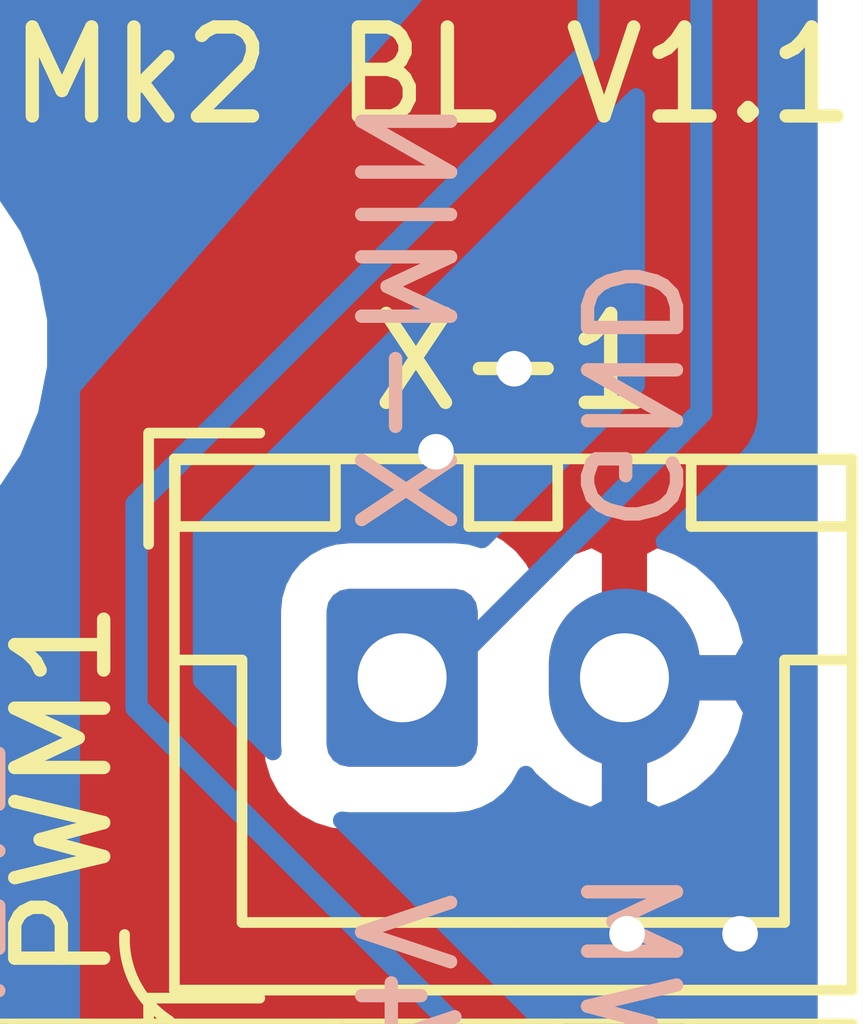
<source format=kicad_pcb>
(kicad_pcb (version 20171130) (host pcbnew "(5.1.4)-1")

  (general
    (thickness 1.6)
    (drawings 25)
    (tracks 112)
    (zones 0)
    (modules 11)
    (nets 15)
  )

  (page A4)
  (layers
    (0 F.Cu signal hide)
    (31 B.Cu signal hide)
    (32 B.Adhes user hide)
    (33 F.Adhes user hide)
    (34 B.Paste user hide)
    (35 F.Paste user hide)
    (36 B.SilkS user hide)
    (37 F.SilkS user)
    (38 B.Mask user hide)
    (39 F.Mask user hide)
    (40 Dwgs.User user hide)
    (41 Cmts.User user hide)
    (42 Eco1.User user hide)
    (43 Eco2.User user hide)
    (44 Edge.Cuts user hide)
    (45 Margin user hide)
    (46 B.CrtYd user hide)
    (47 F.CrtYd user hide)
    (48 B.Fab user hide)
    (49 F.Fab user hide)
  )

  (setup
    (last_trace_width 0.25)
    (user_trace_width 0.3)
    (user_trace_width 0.5)
    (user_trace_width 1)
    (trace_clearance 0.2)
    (zone_clearance 0.508)
    (zone_45_only no)
    (trace_min 0.2)
    (via_size 0.8)
    (via_drill 0.4)
    (via_min_size 0.4)
    (via_min_drill 0.3)
    (uvia_size 0.3)
    (uvia_drill 0.1)
    (uvias_allowed no)
    (uvia_min_size 0.2)
    (uvia_min_drill 0.1)
    (edge_width 0.05)
    (segment_width 0.2)
    (pcb_text_width 0.3)
    (pcb_text_size 1.5 1.5)
    (mod_edge_width 0.12)
    (mod_text_size 1 1)
    (mod_text_width 0.15)
    (pad_size 1.7 2)
    (pad_drill 1)
    (pad_to_mask_clearance 0.051)
    (solder_mask_min_width 0.25)
    (aux_axis_origin 196.176334 106.15985)
    (grid_origin 172.237979 95.880146)
    (visible_elements 7FFFFFFF)
    (pcbplotparams
      (layerselection 0x010fc_ffffffff)
      (usegerberextensions false)
      (usegerberattributes false)
      (usegerberadvancedattributes false)
      (creategerberjobfile false)
      (excludeedgelayer true)
      (linewidth 0.100000)
      (plotframeref false)
      (viasonmask false)
      (mode 1)
      (useauxorigin true)
      (hpglpennumber 1)
      (hpglpenspeed 20)
      (hpglpendiameter 15.000000)
      (psnegative false)
      (psa4output false)
      (plotreference true)
      (plotvalue true)
      (plotinvisibletext false)
      (padsonsilk false)
      (subtractmaskfromsilk false)
      (outputformat 1)
      (mirror false)
      (drillshape 0)
      (scaleselection 1)
      (outputdirectory "plots/"))
  )

  (net 0 "")
  (net 1 /GND)
  (net 2 /24V)
  (net 3 /HEATGND)
  (net 4 /Z)
  (net 5 /BL)
  (net 6 /5V)
  (net 7 /X-)
  (net 8 /TA)
  (net 9 /TB)
  (net 10 /PWMFAN-GND)
  (net 11 /1B)
  (net 12 /1A)
  (net 13 /2B)
  (net 14 /2A)

  (net_class Default "This is the default net class."
    (clearance 0.2)
    (trace_width 0.25)
    (via_dia 0.8)
    (via_drill 0.4)
    (uvia_dia 0.3)
    (uvia_drill 0.1)
    (add_net /1A)
    (add_net /1B)
    (add_net /24V)
    (add_net /2A)
    (add_net /2B)
    (add_net /5V)
    (add_net /BL)
    (add_net /GND)
    (add_net /HEATGND)
    (add_net /PWMFAN-GND)
    (add_net /TA)
    (add_net /TB)
    (add_net /X-)
    (add_net /Z)
  )

  (module Connector_JST:JST_XH_B2B-XH-A_1x02_P2.50mm_Vertical (layer F.Cu) (tedit 5D756D6D) (tstamp 5D75D5C7)
    (at 181.50413 96.064343)
    (descr "JST XH series connector, B2B-XH-A (http://www.jst-mfg.com/product/pdf/eng/eXH.pdf), generated with kicad-footprint-generator")
    (tags "connector JST XH vertical")
    (path /5D74344F)
    (fp_text reference HE0 (at 1.25 -3.55) (layer F.SilkS) hide
      (effects (font (size 1 1) (thickness 0.15)))
    )
    (fp_text value Conn_01x02 (at 1.25 4.6) (layer F.Fab) hide
      (effects (font (size 1 1) (thickness 0.15)))
    )
    (fp_line (start -2.45 -2.35) (end -2.45 3.4) (layer F.Fab) (width 0.1))
    (fp_line (start -2.45 3.4) (end 4.95 3.4) (layer F.Fab) (width 0.1))
    (fp_line (start 4.95 3.4) (end 4.95 -2.35) (layer F.Fab) (width 0.1))
    (fp_line (start 4.95 -2.35) (end -2.45 -2.35) (layer F.Fab) (width 0.1))
    (fp_line (start -2.95 -2.85) (end -2.95 3.9) (layer F.CrtYd) (width 0.05))
    (fp_line (start -2.95 3.9) (end 5.45 3.9) (layer F.CrtYd) (width 0.05))
    (fp_line (start 5.45 3.9) (end 5.45 -2.85) (layer F.CrtYd) (width 0.05))
    (fp_line (start 5.45 -2.85) (end -2.95 -2.85) (layer F.CrtYd) (width 0.05))
    (fp_line (start -0.625 -2.35) (end 0 -1.35) (layer F.Fab) (width 0.1))
    (fp_line (start 0 -1.35) (end 0.625 -2.35) (layer F.Fab) (width 0.1))
    (fp_line (start -1.6 -2.75) (end -2.85 -2.75) (layer F.SilkS) (width 0.12))
    (fp_line (start -2.85 -2.75) (end -2.85 -1.5) (layer F.SilkS) (width 0.12))
    (fp_text user %R (at 1.25 2.7) (layer F.Fab) hide
      (effects (font (size 1 1) (thickness 0.15)))
    )
    (pad 1 thru_hole roundrect (at 0 0) (size 1.7 2) (drill 1) (layers *.Cu *.Mask) (roundrect_rratio 0.147)
      (net 2 /24V))
    (pad 2 thru_hole oval (at 2.5 0) (size 1.7 2) (drill 1) (layers *.Cu *.Mask)
      (net 3 /HEATGND))
    (model ${KISYS3DMOD}/Connector_JST.3dshapes/JST_XH_B2B-XH-A_1x02_P2.50mm_Vertical.wrl
      (at (xyz 0 0 0))
      (scale (xyz 1 1 1))
      (rotate (xyz 0 0 0))
    )
  )

  (module Connector_IDC:IDC-Header_2x10_P2.54mm_Vertical_Lock (layer F.Cu) (tedit 5D7565CC) (tstamp 5D73DB22)
    (at 189.665612 82.295892 270)
    (descr "Connector IDC Locked, 10 contacts, compatible header: PANCON HE10 (Series 50, (https://www.reboul.fr/storage/00003af6.pdf)")
    (tags "connector idc locked")
    (path /5D73EC2A)
    (fp_text reference J1 (at 6.98 11.43 180) (layer F.SilkS) hide
      (effects (font (size 1 1) (thickness 0.15)))
    )
    (fp_text value Conn_02x10_Counter_Clockwise (at -4.572 10.795 180) (layer F.Fab)
      (effects (font (size 1 1) (thickness 0.15)))
    )
    (fp_line (start -3.17 34.6) (end -3.17 -11.74) (layer F.SilkS) (width 0.12))
    (fp_line (start -3.17 34.6) (end 5.71 34.6) (layer F.SilkS) (width 0.12))
    (fp_line (start 5.71 -11.74) (end -3.17 -11.74) (layer F.SilkS) (width 0.12))
    (fp_line (start 5.71 -11.74) (end 5.71 34.6) (layer F.SilkS) (width 0.12))
    (fp_line (start -3.3 34.73) (end -3.3 -11.87) (layer F.CrtYd) (width 0.05))
    (fp_line (start -3.3 34.73) (end 5.84 34.73) (layer F.CrtYd) (width 0.05))
    (fp_line (start 5.84 -11.87) (end -3.3 -11.87) (layer F.CrtYd) (width 0.05))
    (fp_line (start 5.84 -11.87) (end 5.84 34.73) (layer F.CrtYd) (width 0.05))
    (fp_line (start 5.59 33.78) (end 5.59 -10.92) (layer F.Fab) (width 0.1))
    (fp_line (start -3.05 33.78) (end 5.59 33.78) (layer F.Fab) (width 0.1))
    (fp_line (start -3.05 -10.92) (end -3.05 33.78) (layer F.Fab) (width 0.1))
    (fp_line (start 5.59 -10.92) (end -3.05 -10.92) (layer F.Fab) (width 0.1))
    (fp_line (start -2.29 13.21) (end -3.05 13.21) (layer F.Fab) (width 0.1))
    (fp_line (start -2.29 26.67) (end -2.29 13.21) (layer F.Fab) (width 0.1))
    (fp_line (start 4.83 26.67) (end -2.29 26.67) (layer F.Fab) (width 0.1))
    (fp_line (start 4.83 -3.81) (end 4.83 26.67) (layer F.Fab) (width 0.1))
    (fp_line (start -2.29 -3.81) (end 4.83 -3.81) (layer F.Fab) (width 0.1))
    (fp_line (start -2.29 9.65) (end -2.29 -3.81) (layer F.Fab) (width 0.1))
    (fp_line (start -3.05 9.65) (end -2.29 9.65) (layer F.Fab) (width 0.1))
    (fp_line (start -3.556 0) (end -4.064 -0.254) (layer F.SilkS) (width 0.12))
    (fp_line (start -4.064 -0.254) (end -4.064 0.254) (layer F.SilkS) (width 0.12))
    (fp_line (start -4.064 0.254) (end -3.556 0) (layer F.SilkS) (width 0.12))
    (fp_line (start -2.286 -1.016) (end -1.016 0) (layer F.Fab) (width 0.1))
    (fp_line (start -1.016 0) (end -2.286 1.016) (layer F.Fab) (width 0.1))
    (fp_text user %R (at 3.556 11.43) (layer F.Fab)
      (effects (font (size 1 1) (thickness 0.15)))
    )
    (pad "" connect circle (at 1.02 31.75 180) (size 5.46 5.46) (layers F.Cu F.Mask))
    (pad "" connect circle (at 1.02 -8.89 180) (size 5.46 5.46) (layers F.Cu F.Mask))
    (pad 20 thru_hole circle (at 2.54 22.86 180) (size 1.52 1.52) (drill 0.91) (layers *.Cu *.Mask)
      (net 4 /Z))
    (pad 19 thru_hole circle (at 0 22.86 180) (size 1.52 1.52) (drill 0.91) (layers *.Cu *.Mask)
      (net 5 /BL))
    (pad 18 thru_hole circle (at 2.54 20.32 180) (size 1.52 1.52) (drill 0.91) (layers *.Cu *.Mask)
      (net 6 /5V))
    (pad 17 thru_hole circle (at 0 20.32 180) (size 1.52 1.52) (drill 0.91) (layers *.Cu *.Mask)
      (net 7 /X-))
    (pad 16 thru_hole circle (at 2.54 17.78 180) (size 1.52 1.52) (drill 0.91) (layers *.Cu *.Mask)
      (net 8 /TA))
    (pad 15 thru_hole circle (at 0 17.78 180) (size 1.52 1.52) (drill 0.91) (layers *.Cu *.Mask)
      (net 9 /TB))
    (pad 14 thru_hole circle (at 2.54 15.24 180) (size 1.52 1.52) (drill 0.91) (layers *.Cu *.Mask)
      (net 1 /GND))
    (pad 13 thru_hole circle (at 0 15.24 180) (size 1.52 1.52) (drill 0.91) (layers *.Cu *.Mask)
      (net 10 /PWMFAN-GND))
    (pad 12 thru_hole circle (at 2.54 12.7 180) (size 1.52 1.52) (drill 0.91) (layers *.Cu *.Mask)
      (net 11 /1B))
    (pad 11 thru_hole circle (at 0 12.7 180) (size 1.52 1.52) (drill 0.91) (layers *.Cu *.Mask)
      (net 12 /1A))
    (pad 10 thru_hole circle (at 2.54 10.16 180) (size 1.52 1.52) (drill 0.91) (layers *.Cu *.Mask)
      (net 13 /2B))
    (pad 9 thru_hole circle (at 0 10.16 180) (size 1.52 1.52) (drill 0.91) (layers *.Cu *.Mask)
      (net 14 /2A))
    (pad 8 thru_hole circle (at 2.54 7.62 180) (size 1.52 1.52) (drill 0.91) (layers *.Cu *.Mask)
      (net 2 /24V))
    (pad 7 thru_hole circle (at 0 7.62 180) (size 1.52 1.52) (drill 0.91) (layers *.Cu *.Mask)
      (net 2 /24V))
    (pad 6 thru_hole circle (at 2.54 5.08 180) (size 1.52 1.52) (drill 0.91) (layers *.Cu *.Mask)
      (net 2 /24V))
    (pad 5 thru_hole circle (at 0 5.08 180) (size 1.52 1.52) (drill 0.91) (layers *.Cu *.Mask)
      (net 2 /24V))
    (pad 4 thru_hole circle (at 2.54 2.54 180) (size 1.52 1.52) (drill 0.91) (layers *.Cu *.Mask)
      (net 3 /HEATGND))
    (pad 3 thru_hole circle (at 0 2.54 180) (size 1.52 1.52) (drill 0.91) (layers *.Cu *.Mask)
      (net 3 /HEATGND))
    (pad 2 thru_hole circle (at 2.54 0 180) (size 1.52 1.52) (drill 0.91) (layers *.Cu *.Mask)
      (net 3 /HEATGND))
    (pad 1 thru_hole rect (at 0 0 180) (size 1.52 1.52) (drill 0.91) (layers *.Cu *.Mask)
      (net 3 /HEATGND))
    (model ${KISYS3DMOD}/Connector_IDC.3dshapes/IDC-Header_2x10_P2.54mm_Vertical_Lock.wrl
      (offset (xyz 11.42999982833862 1.269999980926514 0))
      (scale (xyz 1 1 1))
      (rotate (xyz 0 0 0))
    )
  )

  (module MountingHole:MountingHole_4.3mm_M4 (layer F.Cu) (tedit 56D1B4CB) (tstamp 5D75D148)
    (at 184.296453 92.170318)
    (descr "Mounting Hole 4.3mm, no annular, M4")
    (tags "mounting hole 4.3mm no annular m4")
    (attr virtual)
    (fp_text reference REF** (at 0 -5.3) (layer F.SilkS) hide
      (effects (font (size 1 1) (thickness 0.15)))
    )
    (fp_text value MountingHole_4.3mm_M4 (at 0 5.3) (layer F.Fab) hide
      (effects (font (size 1 1) (thickness 0.15)))
    )
    (fp_circle (center 0 0) (end 4.55 0) (layer F.CrtYd) (width 0.05))
    (fp_circle (center 0 0) (end 4.3 0) (layer Cmts.User) (width 0.15))
    (fp_text user %R (at 0.3 0) (layer F.Fab) hide
      (effects (font (size 1 1) (thickness 0.15)))
    )
    (pad 1 np_thru_hole circle (at 0 0) (size 4.3 4.3) (drill 4.3) (layers *.Cu *.Mask))
  )

  (module MountingHole:MountingHole_4.3mm_M4 (layer F.Cu) (tedit 56D1B4CB) (tstamp 5D75D124)
    (at 164.945932 92.141447)
    (descr "Mounting Hole 4.3mm, no annular, M4")
    (tags "mounting hole 4.3mm no annular m4")
    (attr virtual)
    (fp_text reference REF** (at 0 -5.3) (layer F.SilkS) hide
      (effects (font (size 1 1) (thickness 0.15)))
    )
    (fp_text value MountingHole_4.3mm_M4 (at 0 5.3) (layer F.Fab)
      (effects (font (size 1 1) (thickness 0.15)))
    )
    (fp_circle (center 0 0) (end 4.55 0) (layer F.CrtYd) (width 0.05))
    (fp_circle (center 0 0) (end 4.3 0) (layer Cmts.User) (width 0.15))
    (fp_text user %R (at 0.3 0) (layer F.Fab)
      (effects (font (size 1 1) (thickness 0.15)))
    )
    (pad 1 np_thru_hole circle (at 0 0) (size 4.3 4.3) (drill 4.3) (layers *.Cu *.Mask))
  )

  (module Project:B5B-ZR (layer F.Cu) (tedit 55E4AD89) (tstamp 5D74980F)
    (at 162.037979 95.880146)
    (descr "<b>ZH CONNECTOR</b>  Top entry type, 1.5 mm, 4 pin 1 row<p>Source: http://www.jst.com .. eZH.pdf")
    (path /5D759D14)
    (solder_mask_margin 0.1)
    (fp_text reference BL1 (at -0.302129 -0.905) (layer F.SilkS)
      (effects (font (size 1 1) (thickness 0.05)))
    )
    (fp_text value Conn_01x05 (at 2.425 4.73) (layer F.SilkS) hide
      (effects (font (size 1 1) (thickness 0.05)))
    )
    (fp_line (start -1.5 3.43) (end -1.5 -0.07) (layer F.SilkS) (width 0.127))
    (fp_line (start 7.5 3.43) (end -1.5 3.43) (layer F.SilkS) (width 0.127))
    (fp_line (start 7.5 -0.07) (end 7.5 3.43) (layer F.SilkS) (width 0.127))
    (fp_line (start -1.5 -0.07) (end 7.5 -0.07) (layer F.SilkS) (width 0.127))
    (pad 1 thru_hole circle (at 6 1.3) (size 1.208 1.208) (drill 0.7) (layers *.Cu *.Mask F.SilkS)
      (net 1 /GND) (solder_mask_margin 0.2))
    (pad 2 thru_hole circle (at 4.5 1.3) (size 1.208 1.208) (drill 0.7) (layers *.Cu *.Mask F.SilkS)
      (net 6 /5V) (solder_mask_margin 0.2))
    (pad 3 thru_hole circle (at 3 1.3) (size 1.208 1.208) (drill 0.7) (layers *.Cu *.Mask F.SilkS)
      (net 5 /BL) (solder_mask_margin 0.2))
    (pad 4 thru_hole circle (at 1.5 1.3) (size 1.208 1.208) (drill 0.7) (layers *.Cu *.Mask F.SilkS)
      (net 1 /GND) (solder_mask_margin 0.2))
    (pad 5 thru_hole circle (at 0 1.3) (size 1.208 1.208) (drill 0.7) (layers *.Cu *.Mask F.SilkS)
      (net 4 /Z) (solder_mask_margin 0.2))
    (model Connecteurs/JST/Connecteurs_JST.pretty/3dPackage/Pin_Header_Straight_1x05.wrl
      (offset (xyz 3.047999954223633 -1.269999980926514 0))
      (scale (xyz 0.59 0.59 0.59))
      (rotate (xyz 0 0 0))
    )
  )

  (module Connector_JST:JST_XH_B4B-XH-A_1x04_P2.50mm_Vertical (layer F.Cu) (tedit 5C28146C) (tstamp 5D74983A)
    (at 163.00585 102.279039)
    (descr "JST XH series connector, B4B-XH-A (http://www.jst-mfg.com/product/pdf/eng/eXH.pdf), generated with kicad-footprint-generator")
    (tags "connector JST XH vertical")
    (path /5D75A424)
    (fp_text reference E-MOT1 (at 5.08 -10.16 90) (layer F.SilkS)
      (effects (font (size 1 1) (thickness 0.15)))
    )
    (fp_text value Conn_01x04 (at 3.75 4.6) (layer F.Fab)
      (effects (font (size 1 1) (thickness 0.15)))
    )
    (fp_text user %R (at 3.75 2.7) (layer F.Fab)
      (effects (font (size 1 1) (thickness 0.15)))
    )
    (fp_line (start -2.85 -2.75) (end -2.85 -1.5) (layer F.SilkS) (width 0.12))
    (fp_line (start -1.6 -2.75) (end -2.85 -2.75) (layer F.SilkS) (width 0.12))
    (fp_line (start 9.3 2.75) (end 3.75 2.75) (layer F.SilkS) (width 0.12))
    (fp_line (start 9.3 -0.2) (end 9.3 2.75) (layer F.SilkS) (width 0.12))
    (fp_line (start 10.05 -0.2) (end 9.3 -0.2) (layer F.SilkS) (width 0.12))
    (fp_line (start -1.8 2.75) (end 3.75 2.75) (layer F.SilkS) (width 0.12))
    (fp_line (start -1.8 -0.2) (end -1.8 2.75) (layer F.SilkS) (width 0.12))
    (fp_line (start -2.55 -0.2) (end -1.8 -0.2) (layer F.SilkS) (width 0.12))
    (fp_line (start 10.05 -2.45) (end 8.25 -2.45) (layer F.SilkS) (width 0.12))
    (fp_line (start 10.05 -1.7) (end 10.05 -2.45) (layer F.SilkS) (width 0.12))
    (fp_line (start 8.25 -1.7) (end 10.05 -1.7) (layer F.SilkS) (width 0.12))
    (fp_line (start 8.25 -2.45) (end 8.25 -1.7) (layer F.SilkS) (width 0.12))
    (fp_line (start -0.75 -2.45) (end -2.55 -2.45) (layer F.SilkS) (width 0.12))
    (fp_line (start -0.75 -1.7) (end -0.75 -2.45) (layer F.SilkS) (width 0.12))
    (fp_line (start -2.55 -1.7) (end -0.75 -1.7) (layer F.SilkS) (width 0.12))
    (fp_line (start -2.55 -2.45) (end -2.55 -1.7) (layer F.SilkS) (width 0.12))
    (fp_line (start 6.75 -2.45) (end 0.75 -2.45) (layer F.SilkS) (width 0.12))
    (fp_line (start 6.75 -1.7) (end 6.75 -2.45) (layer F.SilkS) (width 0.12))
    (fp_line (start 0.75 -1.7) (end 6.75 -1.7) (layer F.SilkS) (width 0.12))
    (fp_line (start 0.75 -2.45) (end 0.75 -1.7) (layer F.SilkS) (width 0.12))
    (fp_line (start 0 -1.35) (end 0.625 -2.35) (layer F.Fab) (width 0.1))
    (fp_line (start -0.625 -2.35) (end 0 -1.35) (layer F.Fab) (width 0.1))
    (fp_line (start 10.45 -2.85) (end -2.95 -2.85) (layer F.CrtYd) (width 0.05))
    (fp_line (start 10.45 3.9) (end 10.45 -2.85) (layer F.CrtYd) (width 0.05))
    (fp_line (start -2.95 3.9) (end 10.45 3.9) (layer F.CrtYd) (width 0.05))
    (fp_line (start -2.95 -2.85) (end -2.95 3.9) (layer F.CrtYd) (width 0.05))
    (fp_line (start 10.06 -2.46) (end -2.56 -2.46) (layer F.SilkS) (width 0.12))
    (fp_line (start 10.06 3.51) (end 10.06 -2.46) (layer F.SilkS) (width 0.12))
    (fp_line (start -2.56 3.51) (end 10.06 3.51) (layer F.SilkS) (width 0.12))
    (fp_line (start -2.56 -2.46) (end -2.56 3.51) (layer F.SilkS) (width 0.12))
    (fp_line (start 9.95 -2.35) (end -2.45 -2.35) (layer F.Fab) (width 0.1))
    (fp_line (start 9.95 3.4) (end 9.95 -2.35) (layer F.Fab) (width 0.1))
    (fp_line (start -2.45 3.4) (end 9.95 3.4) (layer F.Fab) (width 0.1))
    (fp_line (start -2.45 -2.35) (end -2.45 3.4) (layer F.Fab) (width 0.1))
    (pad 4 thru_hole oval (at 7.5 0) (size 1.7 1.95) (drill 0.95) (layers *.Cu *.Mask)
      (net 11 /1B))
    (pad 3 thru_hole oval (at 5 0) (size 1.7 1.95) (drill 0.95) (layers *.Cu *.Mask)
      (net 12 /1A))
    (pad 2 thru_hole oval (at 2.5 0) (size 1.7 1.95) (drill 0.95) (layers *.Cu *.Mask)
      (net 14 /2A))
    (pad 1 thru_hole roundrect (at 0 0) (size 1.7 1.95) (drill 0.95) (layers *.Cu *.Mask) (roundrect_rratio 0.147059)
      (net 13 /2B))
    (model ${KISYS3DMOD}/Connector_JST.3dshapes/JST_XH_B4B-XH-A_1x04_P2.50mm_Vertical.wrl
      (at (xyz 0 0 0))
      (scale (xyz 1 1 1))
      (rotate (xyz 0 0 0))
    )
  )

  (module Connector_JST:JST_XH_B2B-XH-A_1x02_P2.50mm_Vertical (layer F.Cu) (tedit 5C28146C) (tstamp 5D7498B5)
    (at 190.94585 95.929039)
    (descr "JST XH series connector, B2B-XH-A (http://www.jst-mfg.com/product/pdf/eng/eXH.pdf), generated with kicad-footprint-generator")
    (tags "connector JST XH vertical")
    (path /5D742D3A)
    (fp_text reference X-1 (at 1.25 -3.55) (layer F.SilkS)
      (effects (font (size 1 1) (thickness 0.15)))
    )
    (fp_text value Conn_01x02 (at 1.25 4.6) (layer F.Fab)
      (effects (font (size 1 1) (thickness 0.15)))
    )
    (fp_line (start -2.45 -2.35) (end -2.45 3.4) (layer F.Fab) (width 0.1))
    (fp_line (start -2.45 3.4) (end 4.95 3.4) (layer F.Fab) (width 0.1))
    (fp_line (start 4.95 3.4) (end 4.95 -2.35) (layer F.Fab) (width 0.1))
    (fp_line (start 4.95 -2.35) (end -2.45 -2.35) (layer F.Fab) (width 0.1))
    (fp_line (start -2.56 -2.46) (end -2.56 3.51) (layer F.SilkS) (width 0.12))
    (fp_line (start -2.56 3.51) (end 5.06 3.51) (layer F.SilkS) (width 0.12))
    (fp_line (start 5.06 3.51) (end 5.06 -2.46) (layer F.SilkS) (width 0.12))
    (fp_line (start 5.06 -2.46) (end -2.56 -2.46) (layer F.SilkS) (width 0.12))
    (fp_line (start -2.95 -2.85) (end -2.95 3.9) (layer F.CrtYd) (width 0.05))
    (fp_line (start -2.95 3.9) (end 5.45 3.9) (layer F.CrtYd) (width 0.05))
    (fp_line (start 5.45 3.9) (end 5.45 -2.85) (layer F.CrtYd) (width 0.05))
    (fp_line (start 5.45 -2.85) (end -2.95 -2.85) (layer F.CrtYd) (width 0.05))
    (fp_line (start -0.625 -2.35) (end 0 -1.35) (layer F.Fab) (width 0.1))
    (fp_line (start 0 -1.35) (end 0.625 -2.35) (layer F.Fab) (width 0.1))
    (fp_line (start 0.75 -2.45) (end 0.75 -1.7) (layer F.SilkS) (width 0.12))
    (fp_line (start 0.75 -1.7) (end 1.75 -1.7) (layer F.SilkS) (width 0.12))
    (fp_line (start 1.75 -1.7) (end 1.75 -2.45) (layer F.SilkS) (width 0.12))
    (fp_line (start 1.75 -2.45) (end 0.75 -2.45) (layer F.SilkS) (width 0.12))
    (fp_line (start -2.55 -2.45) (end -2.55 -1.7) (layer F.SilkS) (width 0.12))
    (fp_line (start -2.55 -1.7) (end -0.75 -1.7) (layer F.SilkS) (width 0.12))
    (fp_line (start -0.75 -1.7) (end -0.75 -2.45) (layer F.SilkS) (width 0.12))
    (fp_line (start -0.75 -2.45) (end -2.55 -2.45) (layer F.SilkS) (width 0.12))
    (fp_line (start 3.25 -2.45) (end 3.25 -1.7) (layer F.SilkS) (width 0.12))
    (fp_line (start 3.25 -1.7) (end 5.05 -1.7) (layer F.SilkS) (width 0.12))
    (fp_line (start 5.05 -1.7) (end 5.05 -2.45) (layer F.SilkS) (width 0.12))
    (fp_line (start 5.05 -2.45) (end 3.25 -2.45) (layer F.SilkS) (width 0.12))
    (fp_line (start -2.55 -0.2) (end -1.8 -0.2) (layer F.SilkS) (width 0.12))
    (fp_line (start -1.8 -0.2) (end -1.8 2.75) (layer F.SilkS) (width 0.12))
    (fp_line (start -1.8 2.75) (end 1.25 2.75) (layer F.SilkS) (width 0.12))
    (fp_line (start 5.05 -0.2) (end 4.3 -0.2) (layer F.SilkS) (width 0.12))
    (fp_line (start 4.3 -0.2) (end 4.3 2.75) (layer F.SilkS) (width 0.12))
    (fp_line (start 4.3 2.75) (end 1.25 2.75) (layer F.SilkS) (width 0.12))
    (fp_line (start -1.6 -2.75) (end -2.85 -2.75) (layer F.SilkS) (width 0.12))
    (fp_line (start -2.85 -2.75) (end -2.85 -1.5) (layer F.SilkS) (width 0.12))
    (fp_text user %R (at 1.25 2.7) (layer F.Fab)
      (effects (font (size 1 1) (thickness 0.15)))
    )
    (pad 1 thru_hole roundrect (at 0 0) (size 1.7 2) (drill 1) (layers *.Cu *.Mask) (roundrect_rratio 0.147059)
      (net 7 /X-))
    (pad 2 thru_hole oval (at 2.5 0) (size 1.7 2) (drill 1) (layers *.Cu *.Mask)
      (net 1 /GND))
    (model ${KISYS3DMOD}/Connector_JST.3dshapes/JST_XH_B2B-XH-A_1x02_P2.50mm_Vertical.wrl
      (at (xyz 0 0 0))
      (scale (xyz 1 1 1))
      (rotate (xyz 0 0 0))
    )
  )

  (module Connector_JST:JST_XH_B2B-XH-A_1x02_P2.50mm_Vertical (layer F.Cu) (tedit 5C28146C) (tstamp 5D74988C)
    (at 172.237979 95.880146)
    (descr "JST XH series connector, B2B-XH-A (http://www.jst-mfg.com/product/pdf/eng/eXH.pdf), generated with kicad-footprint-generator")
    (tags "connector JST XH vertical")
    (path /5D74227E)
    (fp_text reference T0 (at 1.25 -3.55) (layer F.SilkS)
      (effects (font (size 1 1) (thickness 0.15)))
    )
    (fp_text value Conn_01x02 (at 1.25 4.6) (layer F.Fab)
      (effects (font (size 1 1) (thickness 0.15)))
    )
    (fp_line (start -2.45 -2.35) (end -2.45 3.4) (layer F.Fab) (width 0.1))
    (fp_line (start -2.45 3.4) (end 4.95 3.4) (layer F.Fab) (width 0.1))
    (fp_line (start 4.95 3.4) (end 4.95 -2.35) (layer F.Fab) (width 0.1))
    (fp_line (start 4.95 -2.35) (end -2.45 -2.35) (layer F.Fab) (width 0.1))
    (fp_line (start -2.56 -2.46) (end -2.56 3.51) (layer F.SilkS) (width 0.12))
    (fp_line (start -2.56 3.51) (end 5.06 3.51) (layer F.SilkS) (width 0.12))
    (fp_line (start 5.06 3.51) (end 5.06 -2.46) (layer F.SilkS) (width 0.12))
    (fp_line (start 5.06 -2.46) (end -2.56 -2.46) (layer F.SilkS) (width 0.12))
    (fp_line (start -2.95 -2.85) (end -2.95 3.9) (layer F.CrtYd) (width 0.05))
    (fp_line (start -2.95 3.9) (end 5.45 3.9) (layer F.CrtYd) (width 0.05))
    (fp_line (start 5.45 3.9) (end 5.45 -2.85) (layer F.CrtYd) (width 0.05))
    (fp_line (start 5.45 -2.85) (end -2.95 -2.85) (layer F.CrtYd) (width 0.05))
    (fp_line (start -0.625 -2.35) (end 0 -1.35) (layer F.Fab) (width 0.1))
    (fp_line (start 0 -1.35) (end 0.625 -2.35) (layer F.Fab) (width 0.1))
    (fp_line (start 0.75 -2.45) (end 0.75 -1.7) (layer F.SilkS) (width 0.12))
    (fp_line (start 0.75 -1.7) (end 1.75 -1.7) (layer F.SilkS) (width 0.12))
    (fp_line (start 1.75 -1.7) (end 1.75 -2.45) (layer F.SilkS) (width 0.12))
    (fp_line (start 1.75 -2.45) (end 0.75 -2.45) (layer F.SilkS) (width 0.12))
    (fp_line (start -2.55 -2.45) (end -2.55 -1.7) (layer F.SilkS) (width 0.12))
    (fp_line (start -2.55 -1.7) (end -0.75 -1.7) (layer F.SilkS) (width 0.12))
    (fp_line (start -0.75 -1.7) (end -0.75 -2.45) (layer F.SilkS) (width 0.12))
    (fp_line (start -0.75 -2.45) (end -2.55 -2.45) (layer F.SilkS) (width 0.12))
    (fp_line (start 3.25 -2.45) (end 3.25 -1.7) (layer F.SilkS) (width 0.12))
    (fp_line (start 3.25 -1.7) (end 5.05 -1.7) (layer F.SilkS) (width 0.12))
    (fp_line (start 5.05 -1.7) (end 5.05 -2.45) (layer F.SilkS) (width 0.12))
    (fp_line (start 5.05 -2.45) (end 3.25 -2.45) (layer F.SilkS) (width 0.12))
    (fp_line (start -2.55 -0.2) (end -1.8 -0.2) (layer F.SilkS) (width 0.12))
    (fp_line (start -1.8 -0.2) (end -1.8 2.75) (layer F.SilkS) (width 0.12))
    (fp_line (start -1.8 2.75) (end 1.25 2.75) (layer F.SilkS) (width 0.12))
    (fp_line (start 5.05 -0.2) (end 4.3 -0.2) (layer F.SilkS) (width 0.12))
    (fp_line (start 4.3 -0.2) (end 4.3 2.75) (layer F.SilkS) (width 0.12))
    (fp_line (start 4.3 2.75) (end 1.25 2.75) (layer F.SilkS) (width 0.12))
    (fp_line (start -1.6 -2.75) (end -2.85 -2.75) (layer F.SilkS) (width 0.12))
    (fp_line (start -2.85 -2.75) (end -2.85 -1.5) (layer F.SilkS) (width 0.12))
    (fp_text user %R (at 1.25 2.7) (layer F.Fab)
      (effects (font (size 1 1) (thickness 0.15)))
    )
    (pad 1 thru_hole roundrect (at 0 0) (size 1.7 2) (drill 1) (layers *.Cu *.Mask) (roundrect_rratio 0.147059)
      (net 8 /TA))
    (pad 2 thru_hole oval (at 2.5 0) (size 1.7 2) (drill 1) (layers *.Cu *.Mask)
      (net 9 /TB))
    (model ${KISYS3DMOD}/Connector_JST.3dshapes/JST_XH_B2B-XH-A_1x02_P2.50mm_Vertical.wrl
      (at (xyz 0 0 0))
      (scale (xyz 1 1 1))
      (rotate (xyz 0 0 0))
    )
  )

  (module Connector_JST:JST_XH_B2B-XH-A_1x02_P2.50mm_Vertical (layer F.Cu) (tedit 5C28146C) (tstamp 5D749863)
    (at 190.94585 102.279039)
    (descr "JST XH series connector, B2B-XH-A (http://www.jst-mfg.com/product/pdf/eng/eXH.pdf), generated with kicad-footprint-generator")
    (tags "connector JST XH vertical")
    (path /5D7410E9)
    (fp_text reference PWM1 (at -3.81 -5.08 90) (layer F.SilkS)
      (effects (font (size 1 1) (thickness 0.15)))
    )
    (fp_text value Conn_01x02 (at 1.25 4.6) (layer F.Fab)
      (effects (font (size 1 1) (thickness 0.15)))
    )
    (fp_text user %R (at 1.25 2.7) (layer F.Fab)
      (effects (font (size 1 1) (thickness 0.15)))
    )
    (fp_line (start -2.85 -2.75) (end -2.85 -1.5) (layer F.SilkS) (width 0.12))
    (fp_line (start -1.6 -2.75) (end -2.85 -2.75) (layer F.SilkS) (width 0.12))
    (fp_line (start 4.3 2.75) (end 1.25 2.75) (layer F.SilkS) (width 0.12))
    (fp_line (start 4.3 -0.2) (end 4.3 2.75) (layer F.SilkS) (width 0.12))
    (fp_line (start 5.05 -0.2) (end 4.3 -0.2) (layer F.SilkS) (width 0.12))
    (fp_line (start -1.8 2.75) (end 1.25 2.75) (layer F.SilkS) (width 0.12))
    (fp_line (start -1.8 -0.2) (end -1.8 2.75) (layer F.SilkS) (width 0.12))
    (fp_line (start -2.55 -0.2) (end -1.8 -0.2) (layer F.SilkS) (width 0.12))
    (fp_line (start 5.05 -2.45) (end 3.25 -2.45) (layer F.SilkS) (width 0.12))
    (fp_line (start 5.05 -1.7) (end 5.05 -2.45) (layer F.SilkS) (width 0.12))
    (fp_line (start 3.25 -1.7) (end 5.05 -1.7) (layer F.SilkS) (width 0.12))
    (fp_line (start 3.25 -2.45) (end 3.25 -1.7) (layer F.SilkS) (width 0.12))
    (fp_line (start -0.75 -2.45) (end -2.55 -2.45) (layer F.SilkS) (width 0.12))
    (fp_line (start -0.75 -1.7) (end -0.75 -2.45) (layer F.SilkS) (width 0.12))
    (fp_line (start -2.55 -1.7) (end -0.75 -1.7) (layer F.SilkS) (width 0.12))
    (fp_line (start -2.55 -2.45) (end -2.55 -1.7) (layer F.SilkS) (width 0.12))
    (fp_line (start 1.75 -2.45) (end 0.75 -2.45) (layer F.SilkS) (width 0.12))
    (fp_line (start 1.75 -1.7) (end 1.75 -2.45) (layer F.SilkS) (width 0.12))
    (fp_line (start 0.75 -1.7) (end 1.75 -1.7) (layer F.SilkS) (width 0.12))
    (fp_line (start 0.75 -2.45) (end 0.75 -1.7) (layer F.SilkS) (width 0.12))
    (fp_line (start 0 -1.35) (end 0.625 -2.35) (layer F.Fab) (width 0.1))
    (fp_line (start -0.625 -2.35) (end 0 -1.35) (layer F.Fab) (width 0.1))
    (fp_line (start 5.45 -2.85) (end -2.95 -2.85) (layer F.CrtYd) (width 0.05))
    (fp_line (start 5.45 3.9) (end 5.45 -2.85) (layer F.CrtYd) (width 0.05))
    (fp_line (start -2.95 3.9) (end 5.45 3.9) (layer F.CrtYd) (width 0.05))
    (fp_line (start -2.95 -2.85) (end -2.95 3.9) (layer F.CrtYd) (width 0.05))
    (fp_line (start 5.06 -2.46) (end -2.56 -2.46) (layer F.SilkS) (width 0.12))
    (fp_line (start 5.06 3.51) (end 5.06 -2.46) (layer F.SilkS) (width 0.12))
    (fp_line (start -2.56 3.51) (end 5.06 3.51) (layer F.SilkS) (width 0.12))
    (fp_line (start -2.56 -2.46) (end -2.56 3.51) (layer F.SilkS) (width 0.12))
    (fp_line (start 4.95 -2.35) (end -2.45 -2.35) (layer F.Fab) (width 0.1))
    (fp_line (start 4.95 3.4) (end 4.95 -2.35) (layer F.Fab) (width 0.1))
    (fp_line (start -2.45 3.4) (end 4.95 3.4) (layer F.Fab) (width 0.1))
    (fp_line (start -2.45 -2.35) (end -2.45 3.4) (layer F.Fab) (width 0.1))
    (pad 2 thru_hole oval (at 2.5 0) (size 1.7 2) (drill 1) (layers *.Cu *.Mask)
      (net 10 /PWMFAN-GND))
    (pad 1 thru_hole roundrect (at 0 0) (size 1.7 2) (drill 1) (layers *.Cu *.Mask) (roundrect_rratio 0.147059)
      (net 2 /24V))
    (model ${KISYS3DMOD}/Connector_JST.3dshapes/JST_XH_B2B-XH-A_1x02_P2.50mm_Vertical.wrl
      (at (xyz 0 0 0))
      (scale (xyz 1 1 1))
      (rotate (xyz 0 0 0))
    )
  )

  (module Connector_JST:JST_XH_B2B-XH-A_1x02_P2.50mm_Vertical (layer F.Cu) (tedit 5C28146C) (tstamp 5D74979E)
    (at 183.32585 102.279039)
    (descr "JST XH series connector, B2B-XH-A (http://www.jst-mfg.com/product/pdf/eng/eXH.pdf), generated with kicad-footprint-generator")
    (tags "connector JST XH vertical")
    (path /5D74344F)
    (fp_text reference HE0 (at 1.25 -3.55) (layer F.SilkS)
      (effects (font (size 1 1) (thickness 0.15)))
    )
    (fp_text value Conn_01x02 (at 1.25 4.6) (layer F.Fab)
      (effects (font (size 1 1) (thickness 0.15)))
    )
    (fp_text user %R (at 1.25 2.7) (layer F.Fab)
      (effects (font (size 1 1) (thickness 0.15)))
    )
    (fp_line (start -2.85 -2.75) (end -2.85 -1.5) (layer F.SilkS) (width 0.12))
    (fp_line (start -1.6 -2.75) (end -2.85 -2.75) (layer F.SilkS) (width 0.12))
    (fp_line (start 4.3 2.75) (end 1.25 2.75) (layer F.SilkS) (width 0.12))
    (fp_line (start 4.3 -0.2) (end 4.3 2.75) (layer F.SilkS) (width 0.12))
    (fp_line (start 5.05 -0.2) (end 4.3 -0.2) (layer F.SilkS) (width 0.12))
    (fp_line (start -1.8 2.75) (end 1.25 2.75) (layer F.SilkS) (width 0.12))
    (fp_line (start -1.8 -0.2) (end -1.8 2.75) (layer F.SilkS) (width 0.12))
    (fp_line (start -2.55 -0.2) (end -1.8 -0.2) (layer F.SilkS) (width 0.12))
    (fp_line (start 5.05 -2.45) (end 3.25 -2.45) (layer F.SilkS) (width 0.12))
    (fp_line (start 5.05 -1.7) (end 5.05 -2.45) (layer F.SilkS) (width 0.12))
    (fp_line (start 3.25 -1.7) (end 5.05 -1.7) (layer F.SilkS) (width 0.12))
    (fp_line (start 3.25 -2.45) (end 3.25 -1.7) (layer F.SilkS) (width 0.12))
    (fp_line (start -0.75 -2.45) (end -2.55 -2.45) (layer F.SilkS) (width 0.12))
    (fp_line (start -0.75 -1.7) (end -0.75 -2.45) (layer F.SilkS) (width 0.12))
    (fp_line (start -2.55 -1.7) (end -0.75 -1.7) (layer F.SilkS) (width 0.12))
    (fp_line (start -2.55 -2.45) (end -2.55 -1.7) (layer F.SilkS) (width 0.12))
    (fp_line (start 1.75 -2.45) (end 0.75 -2.45) (layer F.SilkS) (width 0.12))
    (fp_line (start 1.75 -1.7) (end 1.75 -2.45) (layer F.SilkS) (width 0.12))
    (fp_line (start 0.75 -1.7) (end 1.75 -1.7) (layer F.SilkS) (width 0.12))
    (fp_line (start 0.75 -2.45) (end 0.75 -1.7) (layer F.SilkS) (width 0.12))
    (fp_line (start 0 -1.35) (end 0.625 -2.35) (layer F.Fab) (width 0.1))
    (fp_line (start -0.625 -2.35) (end 0 -1.35) (layer F.Fab) (width 0.1))
    (fp_line (start 5.45 -2.85) (end -2.95 -2.85) (layer F.CrtYd) (width 0.05))
    (fp_line (start 5.45 3.9) (end 5.45 -2.85) (layer F.CrtYd) (width 0.05))
    (fp_line (start -2.95 3.9) (end 5.45 3.9) (layer F.CrtYd) (width 0.05))
    (fp_line (start -2.95 -2.85) (end -2.95 3.9) (layer F.CrtYd) (width 0.05))
    (fp_line (start 5.06 -2.46) (end -2.56 -2.46) (layer F.SilkS) (width 0.12))
    (fp_line (start 5.06 3.51) (end 5.06 -2.46) (layer F.SilkS) (width 0.12))
    (fp_line (start -2.56 3.51) (end 5.06 3.51) (layer F.SilkS) (width 0.12))
    (fp_line (start -2.56 -2.46) (end -2.56 3.51) (layer F.SilkS) (width 0.12))
    (fp_line (start 4.95 -2.35) (end -2.45 -2.35) (layer F.Fab) (width 0.1))
    (fp_line (start 4.95 3.4) (end 4.95 -2.35) (layer F.Fab) (width 0.1))
    (fp_line (start -2.45 3.4) (end 4.95 3.4) (layer F.Fab) (width 0.1))
    (fp_line (start -2.45 -2.35) (end -2.45 3.4) (layer F.Fab) (width 0.1))
    (pad 2 thru_hole oval (at 2.5 0) (size 1.7 2) (drill 1) (layers *.Cu *.Mask)
      (net 3 /HEATGND))
    (pad 1 thru_hole roundrect (at 0 0) (size 1.7 2) (drill 1) (layers *.Cu *.Mask) (roundrect_rratio 0.147059)
      (net 2 /24V))
    (model ${KISYS3DMOD}/Connector_JST.3dshapes/JST_XH_B2B-XH-A_1x02_P2.50mm_Vertical.wrl
      (at (xyz 0 0 0))
      (scale (xyz 1 1 1))
      (rotate (xyz 0 0 0))
    )
  )

  (module Connector_JST:JST_XH_B2B-XH-A_1x02_P2.50mm_Vertical (layer F.Cu) (tedit 5C28146C) (tstamp 5D749775)
    (at 175.70585 102.279039)
    (descr "JST XH series connector, B2B-XH-A (http://www.jst-mfg.com/product/pdf/eng/eXH.pdf), generated with kicad-footprint-generator")
    (tags "connector JST XH vertical")
    (path /5D743AA1)
    (fp_text reference FAN1 (at 3.81 -3.81) (layer F.SilkS)
      (effects (font (size 1 1) (thickness 0.15)))
    )
    (fp_text value Conn_01x02 (at 1.25 4.6) (layer F.Fab)
      (effects (font (size 1 1) (thickness 0.15)))
    )
    (fp_text user %R (at 1.25 2.7) (layer F.Fab)
      (effects (font (size 1 1) (thickness 0.15)))
    )
    (fp_line (start -2.85 -2.75) (end -2.85 -1.5) (layer F.SilkS) (width 0.12))
    (fp_line (start -1.6 -2.75) (end -2.85 -2.75) (layer F.SilkS) (width 0.12))
    (fp_line (start 4.3 2.75) (end 1.25 2.75) (layer F.SilkS) (width 0.12))
    (fp_line (start 4.3 -0.2) (end 4.3 2.75) (layer F.SilkS) (width 0.12))
    (fp_line (start 5.05 -0.2) (end 4.3 -0.2) (layer F.SilkS) (width 0.12))
    (fp_line (start -1.8 2.75) (end 1.25 2.75) (layer F.SilkS) (width 0.12))
    (fp_line (start -1.8 -0.2) (end -1.8 2.75) (layer F.SilkS) (width 0.12))
    (fp_line (start -2.55 -0.2) (end -1.8 -0.2) (layer F.SilkS) (width 0.12))
    (fp_line (start 5.05 -2.45) (end 3.25 -2.45) (layer F.SilkS) (width 0.12))
    (fp_line (start 5.05 -1.7) (end 5.05 -2.45) (layer F.SilkS) (width 0.12))
    (fp_line (start 3.25 -1.7) (end 5.05 -1.7) (layer F.SilkS) (width 0.12))
    (fp_line (start 3.25 -2.45) (end 3.25 -1.7) (layer F.SilkS) (width 0.12))
    (fp_line (start -0.75 -2.45) (end -2.55 -2.45) (layer F.SilkS) (width 0.12))
    (fp_line (start -0.75 -1.7) (end -0.75 -2.45) (layer F.SilkS) (width 0.12))
    (fp_line (start -2.55 -1.7) (end -0.75 -1.7) (layer F.SilkS) (width 0.12))
    (fp_line (start -2.55 -2.45) (end -2.55 -1.7) (layer F.SilkS) (width 0.12))
    (fp_line (start 1.75 -2.45) (end 0.75 -2.45) (layer F.SilkS) (width 0.12))
    (fp_line (start 1.75 -1.7) (end 1.75 -2.45) (layer F.SilkS) (width 0.12))
    (fp_line (start 0.75 -1.7) (end 1.75 -1.7) (layer F.SilkS) (width 0.12))
    (fp_line (start 0.75 -2.45) (end 0.75 -1.7) (layer F.SilkS) (width 0.12))
    (fp_line (start 0 -1.35) (end 0.625 -2.35) (layer F.Fab) (width 0.1))
    (fp_line (start -0.625 -2.35) (end 0 -1.35) (layer F.Fab) (width 0.1))
    (fp_line (start 5.45 -2.85) (end -2.95 -2.85) (layer F.CrtYd) (width 0.05))
    (fp_line (start 5.45 3.9) (end 5.45 -2.85) (layer F.CrtYd) (width 0.05))
    (fp_line (start -2.95 3.9) (end 5.45 3.9) (layer F.CrtYd) (width 0.05))
    (fp_line (start -2.95 -2.85) (end -2.95 3.9) (layer F.CrtYd) (width 0.05))
    (fp_line (start 5.06 -2.46) (end -2.56 -2.46) (layer F.SilkS) (width 0.12))
    (fp_line (start 5.06 3.51) (end 5.06 -2.46) (layer F.SilkS) (width 0.12))
    (fp_line (start -2.56 3.51) (end 5.06 3.51) (layer F.SilkS) (width 0.12))
    (fp_line (start -2.56 -2.46) (end -2.56 3.51) (layer F.SilkS) (width 0.12))
    (fp_line (start 4.95 -2.35) (end -2.45 -2.35) (layer F.Fab) (width 0.1))
    (fp_line (start 4.95 3.4) (end 4.95 -2.35) (layer F.Fab) (width 0.1))
    (fp_line (start -2.45 3.4) (end 4.95 3.4) (layer F.Fab) (width 0.1))
    (fp_line (start -2.45 -2.35) (end -2.45 3.4) (layer F.Fab) (width 0.1))
    (pad 2 thru_hole oval (at 2.5 0) (size 1.7 2) (drill 1) (layers *.Cu *.Mask)
      (net 1 /GND))
    (pad 1 thru_hole roundrect (at 0 0) (size 1.7 2) (drill 1) (layers *.Cu *.Mask) (roundrect_rratio 0.147059)
      (net 2 /24V))
    (model ${KISYS3DMOD}/Connector_JST.3dshapes/JST_XH_B2B-XH-A_1x02_P2.50mm_Vertical.wrl
      (at (xyz 0 0 0))
      (scale (xyz 1 1 1))
      (rotate (xyz 0 0 0))
    )
  )

  (gr_text X-MIN (at 190.94585 91.865039 270) (layer B.SilkS)
    (effects (font (size 1 1) (thickness 0.15)) (justify mirror))
  )
  (gr_text GND (at 193.48585 92.754039 270) (layer B.SilkS)
    (effects (font (size 1 1) (thickness 0.15)) (justify mirror))
  )
  (gr_text "Mk2 BL V1.1" (at 191.287979 89.160242) (layer F.SilkS)
    (effects (font (size 1 1) (thickness 0.15)))
  )
  (gr_text TA (at 172.237979 93.340146 270) (layer B.SilkS)
    (effects (font (size 1 1) (thickness 0.15)) (justify mirror))
  )
  (gr_text TB (at 174.777979 93.340146 270) (layer B.SilkS)
    (effects (font (size 1 1) (thickness 0.15)) (justify mirror))
  )
  (gr_text Z (at 161.952985 99.77057 270) (layer B.SilkS)
    (effects (font (size 1 1) (thickness 0.15)) (justify mirror))
  )
  (gr_text G (at 163.403419 99.833632 270) (layer B.SilkS)
    (effects (font (size 1 1) (thickness 0.15)) (justify mirror))
  )
  (gr_text BL (at 164.916915 99.644445 270) (layer B.SilkS)
    (effects (font (size 1 1) (thickness 0.15)) (justify mirror))
  )
  (gr_text 5V (at 166.430412 99.802101 270) (layer B.SilkS)
    (effects (font (size 1 1) (thickness 0.15)) (justify mirror))
  )
  (gr_text G (at 167.880846 99.739038 270) (layer B.SilkS)
    (effects (font (size 1 1) (thickness 0.15)) (justify mirror))
  )
  (gr_text 2B (at 163.00585 104.819039 270) (layer B.SilkS)
    (effects (font (size 1 1) (thickness 0.15)) (justify mirror))
  )
  (gr_text 2A (at 165.54585 104.819039 270) (layer B.SilkS)
    (effects (font (size 1 1) (thickness 0.15)) (justify mirror))
  )
  (gr_text 1A (at 168.08585 104.819039 270) (layer B.SilkS)
    (effects (font (size 1 1) (thickness 0.15)) (justify mirror))
  )
  (gr_text 1B (at 170.62585 104.819039 270) (layer B.SilkS)
    (effects (font (size 1 1) (thickness 0.15)) (justify mirror))
  )
  (gr_text 24V (at 175.70585 98.469039 270) (layer B.SilkS)
    (effects (font (size 1 1) (thickness 0.15)) (justify mirror))
  )
  (gr_text GND (at 178.24585 98.469039 270) (layer B.SilkS)
    (effects (font (size 1 1) (thickness 0.15)) (justify mirror))
  )
  (gr_text 24V (at 183.32585 98.469039 270) (layer B.SilkS)
    (effects (font (size 1 1) (thickness 0.15)) (justify mirror))
  )
  (gr_text HEAT (at 185.86585 98.469039 270) (layer B.SilkS)
    (effects (font (size 1 1) (thickness 0.15)) (justify mirror))
  )
  (gr_text 24V (at 190.94585 99.739039 270) (layer B.SilkS)
    (effects (font (size 1 1) (thickness 0.15)) (justify mirror))
  )
  (gr_text PWM (at 193.48585 99.739039 270) (layer B.SilkS)
    (effects (font (size 1 1) (thickness 0.15)) (justify mirror))
  )
  (gr_arc (start 188.915549 98.864693) (end 187.825786 98.814007) (angle -60.04380093) (layer F.SilkS) (width 0.12))
  (gr_line (start 160.02 106.15985) (end 160.02 78.74) (layer Edge.Cuts) (width 0.1))
  (gr_line (start 196.176334 106.15985) (end 160.02 106.15985) (layer Edge.Cuts) (width 0.1))
  (gr_line (start 196.176334 78.74) (end 196.176334 106.15985) (layer Edge.Cuts) (width 0.1))
  (gr_line (start 160.02 78.74) (end 196.176334 78.74) (layer Edge.Cuts) (width 0.1))

  (via (at 166.37 80.01) (size 0.8) (drill 0.4) (layers F.Cu B.Cu) (net 1))
  (via (at 165.1 80.01) (size 0.8) (drill 0.4) (layers F.Cu B.Cu) (net 1))
  (via (at 163.83 80.01) (size 0.8) (drill 0.4) (layers F.Cu B.Cu) (net 1))
  (via (at 162.56 80.01) (size 0.8) (drill 0.4) (layers F.Cu B.Cu) (net 1))
  (via (at 162.56 81.28) (size 0.8) (drill 0.4) (layers F.Cu B.Cu) (net 1))
  (via (at 163.83 81.28) (size 0.8) (drill 0.4) (layers F.Cu B.Cu) (net 1))
  (via (at 163.83 82.55) (size 0.8) (drill 0.4) (layers F.Cu B.Cu) (net 1))
  (via (at 162.56 82.55) (size 0.8) (drill 0.4) (layers F.Cu B.Cu) (net 1))
  (via (at 162.56 83.82) (size 0.8) (drill 0.4) (layers F.Cu B.Cu) (net 1))
  (via (at 163.83 83.82) (size 0.8) (drill 0.4) (layers F.Cu B.Cu) (net 1))
  (via (at 163.83 85.09) (size 0.8) (drill 0.4) (layers F.Cu B.Cu) (net 1))
  (via (at 162.56 85.09) (size 0.8) (drill 0.4) (layers F.Cu B.Cu) (net 1))
  (via (at 166.37 88.9) (size 0.8) (drill 0.4) (layers F.Cu B.Cu) (net 1))
  (via (at 162.56 86.36) (size 0.8) (drill 0.4) (layers F.Cu B.Cu) (net 1))
  (via (at 175.26 88.9) (size 0.8) (drill 0.4) (layers F.Cu B.Cu) (net 1))
  (via (at 175.26 90.17) (size 0.8) (drill 0.4) (layers F.Cu B.Cu) (net 1))
  (via (at 175.26 91.44) (size 0.8) (drill 0.4) (layers F.Cu B.Cu) (net 1))
  (via (at 175.26 92.71) (size 0.8) (drill 0.4) (layers F.Cu B.Cu) (net 1))
  (via (at 175.26 87.63) (size 0.8) (drill 0.4) (layers F.Cu B.Cu) (net 1))
  (via (at 194.31 105.155892) (size 0.8) (drill 0.4) (layers F.Cu B.Cu) (net 1))
  (via (at 193.04 105.155892) (size 0.8) (drill 0.4) (layers F.Cu B.Cu) (net 1))
  (via (at 179.07 105.155892) (size 0.8) (drill 0.4) (layers F.Cu B.Cu) (net 1))
  (via (at 177.8 105.155892) (size 0.8) (drill 0.4) (layers F.Cu B.Cu) (net 1))
  (segment (start 163.283979 98.513979) (end 163.83 99.06) (width 0.25) (layer B.Cu) (net 1))
  (via (at 194.745612 98.805892) (size 0.8) (drill 0.4) (layers F.Cu B.Cu) (net 1))
  (via (at 193.475612 98.805892) (size 0.8) (drill 0.4) (layers F.Cu B.Cu) (net 1))
  (via (at 192.205612 92.455892) (size 0.8) (drill 0.4) (layers F.Cu B.Cu) (net 1))
  (via (at 161.725612 105.155892) (size 0.8) (drill 0.4) (layers F.Cu B.Cu) (net 1))
  (via (at 162.995612 105.155892) (size 0.8) (drill 0.4) (layers F.Cu B.Cu) (net 1))
  (segment (start 163.537687 98.034622) (end 163.537687 98.53298) (width 0.25) (layer B.Cu) (net 1))
  (segment (start 163.537979 97.180146) (end 163.537979 98.03433) (width 0.25) (layer B.Cu) (net 1))
  (segment (start 163.537979 98.03433) (end 163.537687 98.034622) (width 0.25) (layer B.Cu) (net 1))
  (segment (start 163.530437 96.31842) (end 163.530437 95.712853) (width 0.25) (layer B.Cu) (net 1))
  (segment (start 163.537979 97.180146) (end 163.537979 96.325962) (width 0.25) (layer B.Cu) (net 1))
  (segment (start 163.537979 96.325962) (end 163.530437 96.31842) (width 0.25) (layer B.Cu) (net 1))
  (via (at 168.075612 95.25) (size 0.8) (drill 0.4) (layers F.Cu B.Cu) (net 1))
  (segment (start 168.037979 97.180146) (end 168.037979 98.421168) (width 0.25) (layer B.Cu) (net 1))
  (via (at 191.32685 93.389039) (size 0.8) (drill 0.4) (layers F.Cu B.Cu) (net 1))
  (via (at 172.91185 105.200039) (size 0.8) (drill 0.4) (layers F.Cu B.Cu) (net 1))
  (via (at 195.00985 80.181039) (size 0.8) (drill 0.4) (layers F.Cu B.Cu) (net 1))
  (segment (start 184.585612 82.295892) (end 184.585612 84.835892) (width 0.5) (layer B.Cu) (net 2))
  (segment (start 182.045612 82.295892) (end 184.585612 82.295892) (width 0.5) (layer B.Cu) (net 2))
  (segment (start 182.045612 84.835892) (end 182.045612 82.295892) (width 0.5) (layer B.Cu) (net 2))
  (segment (start 184.585612 84.835892) (end 182.045612 84.835892) (width 0.5) (layer B.Cu) (net 2))
  (segment (start 187.125612 84.835892) (end 187.125612 82.295892) (width 0.5) (layer B.Cu) (net 3))
  (segment (start 189.665612 84.835892) (end 187.125612 84.835892) (width 0.5) (layer B.Cu) (net 3))
  (segment (start 189.665612 82.295892) (end 189.665612 84.835892) (width 0.5) (layer B.Cu) (net 3))
  (segment (start 187.125612 82.295892) (end 189.665612 82.295892) (width 0.5) (layer B.Cu) (net 3))
  (segment (start 184.00413 96.064343) (end 184.00413 96.216297) (width 0.25) (layer B.Cu) (net 3))
  (segment (start 184.00413 96.216297) (end 184.937979 97.150146) (width 0.25) (layer B.Cu) (net 3))
  (segment (start 162.037979 89.603525) (end 166.805612 84.835892) (width 0.25) (layer F.Cu) (net 4))
  (segment (start 162.037979 97.180146) (end 162.037979 89.603525) (width 0.25) (layer F.Cu) (net 4))
  (segment (start 168.075612 94.142513) (end 165.037979 97.180146) (width 0.25) (layer F.Cu) (net 5))
  (segment (start 166.805612 82.295892) (end 168.075612 83.565892) (width 0.25) (layer F.Cu) (net 5))
  (segment (start 168.075612 83.565892) (end 168.075612 94.142513) (width 0.25) (layer F.Cu) (net 5))
  (segment (start 169.345612 98.624388) (end 169.345612 84.835892) (width 0.25) (layer F.Cu) (net 6))
  (segment (start 168.91 99.06) (end 169.345612 98.624388) (width 0.25) (layer F.Cu) (net 6))
  (segment (start 167.563649 99.06) (end 168.91 99.06) (width 0.25) (layer F.Cu) (net 6))
  (segment (start 166.537979 98.03433) (end 167.563649 99.06) (width 0.25) (layer F.Cu) (net 6))
  (segment (start 166.537979 97.180146) (end 166.537979 98.03433) (width 0.25) (layer F.Cu) (net 6))
  (segment (start 191.32685 95.929039) (end 194.31 92.945889) (width 0.25) (layer B.Cu) (net 7))
  (segment (start 169.345612 82.295892) (end 171.587465 80.054039) (width 0.25) (layer B.Cu) (net 7))
  (segment (start 171.587465 80.054039) (end 192.72385 80.054039) (width 0.25) (layer B.Cu) (net 7))
  (segment (start 194.31 81.640189) (end 194.31 92.945889) (width 0.25) (layer B.Cu) (net 7))
  (segment (start 192.72385 80.054039) (end 194.31 81.640189) (width 0.25) (layer B.Cu) (net 7))
  (segment (start 171.885612 95.781779) (end 171.983979 95.880146) (width 0.25) (layer F.Cu) (net 8))
  (segment (start 171.885612 95.527779) (end 172.237979 95.880146) (width 0.25) (layer F.Cu) (net 8))
  (segment (start 171.885612 84.835892) (end 171.885612 95.527779) (width 0.25) (layer F.Cu) (net 8))
  (segment (start 174.483979 95.730146) (end 174.483979 95.880146) (width 0.25) (layer F.Cu) (net 9))
  (segment (start 171.885612 82.295892) (end 173.155612 83.565892) (width 0.25) (layer F.Cu) (net 9))
  (segment (start 173.155612 94.147779) (end 173.155612 93.071281) (width 0.25) (layer F.Cu) (net 9))
  (segment (start 174.737979 95.730146) (end 173.155612 94.147779) (width 0.25) (layer F.Cu) (net 9))
  (segment (start 174.737979 95.880146) (end 174.737979 95.730146) (width 0.25) (layer F.Cu) (net 9))
  (segment (start 173.155612 83.565892) (end 173.155612 93.071281) (width 0.25) (layer F.Cu) (net 9))
  (segment (start 193.82685 102.129039) (end 193.82685 102.279039) (width 0.25) (layer B.Cu) (net 10))
  (segment (start 187.96 96.262189) (end 193.82685 102.129039) (width 0.25) (layer B.Cu) (net 10))
  (segment (start 193.04 81.28) (end 193.04 88.9) (width 0.25) (layer B.Cu) (net 10))
  (segment (start 193.04 88.9) (end 187.96 93.98) (width 0.25) (layer B.Cu) (net 10))
  (segment (start 187.96 93.98) (end 187.96 96.262189) (width 0.25) (layer B.Cu) (net 10))
  (segment (start 174.425612 81.22109) (end 174.957663 80.689039) (width 0.25) (layer B.Cu) (net 10))
  (segment (start 174.425612 82.295892) (end 174.425612 81.22109) (width 0.25) (layer B.Cu) (net 10))
  (segment (start 192.449039 80.689039) (end 193.04 81.28) (width 0.25) (layer B.Cu) (net 10))
  (segment (start 174.957663 80.689039) (end 192.449039 80.689039) (width 0.25) (layer B.Cu) (net 10))
  (segment (start 176.965612 96.084388) (end 176.965612 84.835892) (width 0.5) (layer B.Cu) (net 11))
  (segment (start 175.26 97.79) (end 176.965612 96.084388) (width 0.5) (layer B.Cu) (net 11))
  (segment (start 174.869889 97.79) (end 175.26 97.79) (width 0.5) (layer B.Cu) (net 11))
  (segment (start 170.50585 102.154039) (end 174.869889 97.79) (width 0.5) (layer B.Cu) (net 11))
  (segment (start 170.50585 102.279039) (end 170.50585 102.154039) (width 0.3) (layer B.Cu) (net 11))
  (segment (start 178.235612 94.814388) (end 178.235612 83.565892) (width 0.5) (layer F.Cu) (net 12))
  (segment (start 178.235612 83.565892) (end 176.965612 82.295892) (width 0.5) (layer F.Cu) (net 12))
  (segment (start 175.26 97.79) (end 178.235612 94.814388) (width 0.5) (layer F.Cu) (net 12))
  (segment (start 171.269889 97.79) (end 175.26 97.79) (width 0.5) (layer F.Cu) (net 12))
  (segment (start 168.00585 101.054039) (end 171.269889 97.79) (width 0.5) (layer F.Cu) (net 12))
  (segment (start 168.00585 102.279039) (end 168.00585 101.054039) (width 0.5) (layer F.Cu) (net 12))
  (segment (start 177.8 86.541504) (end 179.505612 84.835892) (width 0.5) (layer B.Cu) (net 13))
  (segment (start 177.8 96.52) (end 177.8 86.541504) (width 0.5) (layer B.Cu) (net 13))
  (segment (start 171.646343 104.14) (end 173.16585 102.620493) (width 0.5) (layer B.Cu) (net 13))
  (segment (start 173.16585 101.15415) (end 177.8 96.52) (width 0.5) (layer B.Cu) (net 13))
  (segment (start 173.16585 102.620493) (end 173.16585 101.15415) (width 0.5) (layer B.Cu) (net 13))
  (segment (start 164.866811 104.14) (end 163.00585 102.279039) (width 0.5) (layer B.Cu) (net 13))
  (segment (start 171.646343 104.14) (end 164.866811 104.14) (width 0.5) (layer B.Cu) (net 13))
  (segment (start 179.505612 82.295892) (end 180.775612 83.565892) (width 0.5) (layer F.Cu) (net 14))
  (segment (start 180.775612 83.565892) (end 180.775612 88.645892) (width 0.5) (layer F.Cu) (net 14))
  (segment (start 180.775612 88.645892) (end 179.505612 89.915892) (width 0.5) (layer F.Cu) (net 14))
  (segment (start 179.505612 95.427088) (end 177.81621 97.11649) (width 0.5) (layer F.Cu) (net 14))
  (segment (start 179.505612 89.915892) (end 179.505612 95.427088) (width 0.5) (layer F.Cu) (net 14))
  (segment (start 177.81621 97.11649) (end 170.792699 104.14) (width 0.5) (layer F.Cu) (net 14))
  (segment (start 166.141811 104.14) (end 169.096223 104.14) (width 0.5) (layer F.Cu) (net 14))
  (segment (start 165.50585 103.504039) (end 166.141811 104.14) (width 0.5) (layer F.Cu) (net 14))
  (segment (start 165.50585 102.279039) (end 165.50585 103.504039) (width 0.5) (layer F.Cu) (net 14))
  (segment (start 170.792699 104.14) (end 169.096223 104.14) (width 0.5) (layer F.Cu) (net 14))
  (segment (start 169.096223 104.14) (end 166.352811 104.14) (width 0.25) (layer F.Cu) (net 14))

  (zone (net 3) (net_name /HEATGND) (layer B.Cu) (tstamp 5D75E325) (hatch edge 0.508)
    (priority 1)
    (connect_pads (clearance 0.508))
    (min_thickness 0.254)
    (fill yes (arc_segments 32) (thermal_gap 0.508) (thermal_bridge_width 0.508))
    (polygon
      (pts
        (xy 191.77 81.451039) (xy 186.69 81.451039) (xy 186.69 85.09) (xy 186.69 87.63) (xy 184.15 90.17)
        (xy 184.15 102.87) (xy 187.325 102.87) (xy 187.325 92.71) (xy 191.77 87.63)
      )
    )
    (filled_polygon
      (pts
        (xy 191.643 87.582282) (xy 187.229423 92.62637) (xy 187.214944 92.646623) (xy 187.204694 92.669312) (xy 187.199068 92.693564)
        (xy 187.198 92.71) (xy 187.198 93.962984) (xy 187.196324 93.98) (xy 187.198 93.997017) (xy 187.198 96.245173)
        (xy 187.196324 96.262189) (xy 187.198 96.279205) (xy 187.198 101.57204) (xy 187.104875 101.372227) (xy 186.932652 101.137244)
        (xy 186.717896 100.940375) (xy 186.468859 100.789185) (xy 186.195111 100.689485) (xy 186.18274 100.687563) (xy 185.95285 100.808884)
        (xy 185.95285 102.152039) (xy 185.97285 102.152039) (xy 185.97285 102.406039) (xy 185.95285 102.406039) (xy 185.95285 102.426039)
        (xy 185.69885 102.426039) (xy 185.69885 102.406039) (xy 185.67885 102.406039) (xy 185.67885 102.152039) (xy 185.69885 102.152039)
        (xy 185.69885 100.808884) (xy 185.46896 100.687563) (xy 185.456589 100.689485) (xy 185.182841 100.789185) (xy 184.933804 100.940375)
        (xy 184.719048 101.137244) (xy 184.718764 101.137632) (xy 184.664255 101.035653) (xy 184.553812 100.901077) (xy 184.419236 100.790634)
        (xy 184.277 100.714607) (xy 184.277 97.611479) (xy 184.36102 97.655819) (xy 184.373391 97.653897) (xy 184.647139 97.554197)
        (xy 184.896176 97.403007) (xy 185.110932 97.206138) (xy 185.283155 96.971155) (xy 185.406226 96.707088) (xy 185.475415 96.424085)
        (xy 185.331362 96.191343) (xy 184.277 96.191343) (xy 184.277 95.937343) (xy 185.331362 95.937343) (xy 185.475415 95.704601)
        (xy 185.406226 95.421598) (xy 185.283155 95.157531) (xy 185.110932 94.922548) (xy 185.043993 94.861184) (xy 185.108807 94.848292)
        (xy 185.615645 94.638353) (xy 186.071787 94.333568) (xy 186.459703 93.945652) (xy 186.764488 93.48951) (xy 186.974427 92.982672)
        (xy 187.081453 92.444617) (xy 187.081453 91.896019) (xy 186.974427 91.357964) (xy 186.764488 90.851126) (xy 186.459703 90.394984)
        (xy 186.071787 90.007068) (xy 185.615645 89.702283) (xy 185.108807 89.492344) (xy 185.024109 89.475497) (xy 186.779803 87.719803)
        (xy 186.795597 87.700557) (xy 186.807333 87.678601) (xy 186.81456 87.654776) (xy 186.817 87.63) (xy 186.817 86.196614)
        (xy 186.923218 86.222953) (xy 187.197709 86.235787) (xy 187.469429 86.194823) (xy 187.727938 86.101636) (xy 187.843406 86.039917)
        (xy 187.910143 85.800029) (xy 188.881081 85.800029) (xy 188.947818 86.039917) (xy 189.196504 86.156816) (xy 189.463218 86.222953)
        (xy 189.737709 86.235787) (xy 190.009429 86.194823) (xy 190.267938 86.101636) (xy 190.383406 86.039917) (xy 190.450143 85.800029)
        (xy 189.665612 85.015497) (xy 188.881081 85.800029) (xy 187.910143 85.800029) (xy 187.125612 85.015497) (xy 187.11147 85.02964)
        (xy 186.931865 84.850035) (xy 186.946007 84.835892) (xy 187.305217 84.835892) (xy 188.089749 85.620423) (xy 188.329637 85.553686)
        (xy 188.392944 85.41901) (xy 188.399868 85.438218) (xy 188.461587 85.553686) (xy 188.701475 85.620423) (xy 189.486007 84.835892)
        (xy 189.845217 84.835892) (xy 190.629749 85.620423) (xy 190.869637 85.553686) (xy 190.986536 85.305) (xy 191.052673 85.038286)
        (xy 191.065507 84.763795) (xy 191.024543 84.492075) (xy 190.931356 84.233566) (xy 190.869637 84.118098) (xy 190.629749 84.051361)
        (xy 189.845217 84.835892) (xy 189.486007 84.835892) (xy 188.701475 84.051361) (xy 188.461587 84.118098) (xy 188.39828 84.252774)
        (xy 188.391356 84.233566) (xy 188.329637 84.118098) (xy 188.089749 84.051361) (xy 187.305217 84.835892) (xy 186.946007 84.835892)
        (xy 186.931865 84.82175) (xy 187.11147 84.642145) (xy 187.125612 84.656287) (xy 187.910143 83.871755) (xy 187.843406 83.631867)
        (xy 187.70873 83.56856) (xy 187.727938 83.561636) (xy 187.843406 83.499917) (xy 187.910143 83.260029) (xy 187.125612 82.475497)
        (xy 187.11147 82.48964) (xy 186.931865 82.310035) (xy 186.946007 82.295892) (xy 186.931865 82.28175) (xy 187.11147 82.102145)
        (xy 187.125612 82.116287) (xy 187.139754 82.102144) (xy 187.31936 82.28175) (xy 187.305217 82.295892) (xy 188.089749 83.080423)
        (xy 188.267702 83.030916) (xy 188.26754 83.055892) (xy 188.2798 83.180374) (xy 188.31611 83.300072) (xy 188.375075 83.410386)
        (xy 188.454427 83.507077) (xy 188.551118 83.586429) (xy 188.661432 83.645394) (xy 188.78113 83.681704) (xy 188.905612 83.693964)
        (xy 188.930588 83.693802) (xy 188.881081 83.871755) (xy 189.665612 84.656287) (xy 190.450143 83.871755) (xy 190.400636 83.693802)
        (xy 190.425612 83.693964) (xy 190.550094 83.681704) (xy 190.669792 83.645394) (xy 190.780106 83.586429) (xy 190.876797 83.507077)
        (xy 190.956149 83.410386) (xy 191.015114 83.300072) (xy 191.051424 83.180374) (xy 191.063684 83.055892) (xy 191.060612 82.581642)
        (xy 190.901862 82.422892) (xy 189.792612 82.422892) (xy 189.792612 82.442892) (xy 189.538612 82.442892) (xy 189.538612 82.422892)
        (xy 189.518612 82.422892) (xy 189.518612 82.168892) (xy 189.538612 82.168892) (xy 189.538612 82.148892) (xy 189.792612 82.148892)
        (xy 189.792612 82.168892) (xy 190.901862 82.168892) (xy 191.060612 82.010142) (xy 191.063411 81.578039) (xy 191.643 81.578039)
      )
    )
  )
  (zone (net 1) (net_name /GND) (layer B.Cu) (tstamp 5D75E322) (hatch edge 0.508)
    (connect_pads (clearance 0.508))
    (min_thickness 0.2)
    (fill yes (arc_segments 32) (thermal_gap 0.508) (thermal_bridge_width 0.508))
    (polygon
      (pts
        (xy 197.285612 78.485892) (xy 160.02 78.74) (xy 160.02 106.68) (xy 197.285612 106.425892)
      )
    )
    (filled_polygon
      (pts
        (xy 195.518335 105.50185) (xy 191.267992 105.50185) (xy 192.199921 104.569921) (xy 192.275534 104.477787) (xy 192.331719 104.372672)
        (xy 192.366317 104.258615) (xy 192.378 104.14) (xy 192.378 103.426118) (xy 192.409901 103.464989) (xy 192.631911 103.647187)
        (xy 192.885199 103.782572) (xy 193.160033 103.865942) (xy 193.44585 103.894093) (xy 193.731668 103.865942) (xy 194.006502 103.782572)
        (xy 194.25979 103.647187) (xy 194.4818 103.464989) (xy 194.663998 103.242979) (xy 194.799383 102.98969) (xy 194.882753 102.714856)
        (xy 194.90385 102.500657) (xy 194.90385 102.05742) (xy 194.882753 101.843221) (xy 194.799383 101.568387) (xy 194.663998 101.315099)
        (xy 194.481799 101.093089) (xy 194.259789 100.910891) (xy 194.006501 100.775506) (xy 193.731667 100.692136) (xy 193.44585 100.663985)
        (xy 193.402667 100.668238) (xy 190.266604 97.532175) (xy 190.34585 97.53998) (xy 191.54585 97.53998) (xy 191.713811 97.523437)
        (xy 191.875318 97.474445) (xy 192.024163 97.394885) (xy 192.154627 97.287816) (xy 192.261696 97.157352) (xy 192.336655 97.017114)
        (xy 192.378078 97.071524) (xy 192.592219 97.260766) (xy 192.839165 97.404595) (xy 193.06694 97.486942) (xy 193.29185 97.375928)
        (xy 193.29185 96.083039) (xy 193.59985 96.083039) (xy 193.59985 97.375928) (xy 193.82476 97.486942) (xy 194.052535 97.404595)
        (xy 194.299481 97.260766) (xy 194.513622 97.071524) (xy 194.686729 96.844142) (xy 194.81215 96.587357) (xy 194.885065 96.311038)
        (xy 194.751639 96.083039) (xy 193.59985 96.083039) (xy 193.29185 96.083039) (xy 193.27185 96.083039) (xy 193.27185 95.775039)
        (xy 193.29185 95.775039) (xy 193.29185 95.755039) (xy 193.59985 95.755039) (xy 193.59985 95.775039) (xy 194.751639 95.775039)
        (xy 194.885065 95.54704) (xy 194.81215 95.270721) (xy 194.686729 95.013936) (xy 194.513622 94.786554) (xy 194.299481 94.597312)
        (xy 194.052535 94.453483) (xy 193.895718 94.396789) (xy 194.802851 93.489657) (xy 194.830817 93.466706) (xy 194.922416 93.355092)
        (xy 194.99048 93.227753) (xy 195.032393 93.089582) (xy 195.043 92.981891) (xy 195.046546 92.94589) (xy 195.043 92.909888)
        (xy 195.043 81.676191) (xy 195.046546 81.640189) (xy 195.032393 81.496495) (xy 194.99048 81.358325) (xy 194.922416 81.230986)
        (xy 194.830816 81.119372) (xy 194.80285 81.096421) (xy 193.267623 79.561194) (xy 193.244667 79.533222) (xy 193.133053 79.441623)
        (xy 193.05144 79.398) (xy 195.518334 79.398)
      )
    )
    (filled_polygon
      (pts
        (xy 171.178262 79.441623) (xy 171.066648 79.533222) (xy 171.043692 79.561194) (xy 169.644368 80.960518) (xy 169.480348 80.927892)
        (xy 169.210876 80.927892) (xy 168.946581 80.980464) (xy 168.697621 81.083586) (xy 168.473563 81.233297) (xy 168.283017 81.423843)
        (xy 168.133306 81.647901) (xy 168.075612 81.787187) (xy 168.017918 81.647901) (xy 167.868207 81.423843) (xy 167.677661 81.233297)
        (xy 167.453603 81.083586) (xy 167.204643 80.980464) (xy 166.940348 80.927892) (xy 166.670876 80.927892) (xy 166.406581 80.980464)
        (xy 166.157621 81.083586) (xy 165.933563 81.233297) (xy 165.743017 81.423843) (xy 165.593306 81.647901) (xy 165.490184 81.896861)
        (xy 165.437612 82.161156) (xy 165.437612 82.430628) (xy 165.490184 82.694923) (xy 165.593306 82.943883) (xy 165.743017 83.167941)
        (xy 165.933563 83.358487) (xy 166.157621 83.508198) (xy 166.296907 83.565892) (xy 166.157621 83.623586) (xy 165.933563 83.773297)
        (xy 165.743017 83.963843) (xy 165.593306 84.187901) (xy 165.490184 84.436861) (xy 165.437612 84.701156) (xy 165.437612 84.970628)
        (xy 165.490184 85.234923) (xy 165.593306 85.483883) (xy 165.743017 85.707941) (xy 165.933563 85.898487) (xy 166.157621 86.048198)
        (xy 166.406581 86.15132) (xy 166.670876 86.203892) (xy 166.940348 86.203892) (xy 167.204643 86.15132) (xy 167.453603 86.048198)
        (xy 167.677661 85.898487) (xy 167.868207 85.707941) (xy 168.017918 85.483883) (xy 168.075612 85.344597) (xy 168.133306 85.483883)
        (xy 168.283017 85.707941) (xy 168.473563 85.898487) (xy 168.697621 86.048198) (xy 168.946581 86.15132) (xy 169.210876 86.203892)
        (xy 169.480348 86.203892) (xy 169.744643 86.15132) (xy 169.993603 86.048198) (xy 170.217661 85.898487) (xy 170.408207 85.707941)
        (xy 170.557918 85.483883) (xy 170.615612 85.344597) (xy 170.673306 85.483883) (xy 170.823017 85.707941) (xy 171.013563 85.898487)
        (xy 171.237621 86.048198) (xy 171.486581 86.15132) (xy 171.750876 86.203892) (xy 172.020348 86.203892) (xy 172.284643 86.15132)
        (xy 172.533603 86.048198) (xy 172.757661 85.898487) (xy 172.853725 85.802423) (xy 173.67687 85.802423) (xy 173.747306 86.0315)
        (xy 173.993591 86.140858) (xy 174.256478 86.200066) (xy 174.525865 86.20685) (xy 174.791399 86.160949) (xy 175.042877 86.064127)
        (xy 175.103918 86.0315) (xy 175.174354 85.802423) (xy 174.425612 85.053681) (xy 173.67687 85.802423) (xy 172.853725 85.802423)
        (xy 172.948207 85.707941) (xy 173.097918 85.483883) (xy 173.155595 85.344637) (xy 173.197377 85.453157) (xy 173.230004 85.514198)
        (xy 173.459081 85.584634) (xy 174.207823 84.835892) (xy 173.459081 84.08715) (xy 173.230004 84.157586) (xy 173.15517 84.32612)
        (xy 173.097918 84.187901) (xy 172.948207 83.963843) (xy 172.757661 83.773297) (xy 172.533603 83.623586) (xy 172.394317 83.565892)
        (xy 172.533603 83.508198) (xy 172.757661 83.358487) (xy 172.948207 83.167941) (xy 173.097918 82.943883) (xy 173.155612 82.804597)
        (xy 173.213306 82.943883) (xy 173.363017 83.167941) (xy 173.553563 83.358487) (xy 173.777621 83.508198) (xy 173.916867 83.565875)
        (xy 173.808347 83.607657) (xy 173.747306 83.640284) (xy 173.67687 83.869361) (xy 174.425612 84.618103) (xy 175.174354 83.869361)
        (xy 175.103918 83.640284) (xy 174.935384 83.56545) (xy 175.073603 83.508198) (xy 175.297661 83.358487) (xy 175.488207 83.167941)
        (xy 175.637918 82.943883) (xy 175.695612 82.804597) (xy 175.753306 82.943883) (xy 175.903017 83.167941) (xy 176.093563 83.358487)
        (xy 176.317621 83.508198) (xy 176.456907 83.565892) (xy 176.317621 83.623586) (xy 176.093563 83.773297) (xy 175.903017 83.963843)
        (xy 175.753306 84.187901) (xy 175.695629 84.327147) (xy 175.653847 84.218627) (xy 175.62122 84.157586) (xy 175.392143 84.08715)
        (xy 174.643401 84.835892) (xy 175.392143 85.584634) (xy 175.62122 85.514198) (xy 175.696054 85.345664) (xy 175.753306 85.483883)
        (xy 175.903017 85.707941) (xy 176.093563 85.898487) (xy 176.207613 85.974693) (xy 176.207612 95.770414) (xy 176.195979 95.782047)
        (xy 176.195979 95.658527) (xy 176.174882 95.444328) (xy 176.091512 95.169494) (xy 175.956127 94.916206) (xy 175.773928 94.694196)
        (xy 175.551918 94.511998) (xy 175.29863 94.376613) (xy 175.023796 94.293243) (xy 174.737979 94.265092) (xy 174.452161 94.293243)
        (xy 174.177327 94.376613) (xy 173.924039 94.511998) (xy 173.702029 94.694197) (xy 173.625993 94.786848) (xy 173.553825 94.651833)
        (xy 173.446756 94.521369) (xy 173.316292 94.4143) (xy 173.167447 94.33474) (xy 173.00594 94.285748) (xy 172.837979 94.269205)
        (xy 171.637979 94.269205) (xy 171.470018 94.285748) (xy 171.308511 94.33474) (xy 171.159666 94.4143) (xy 171.029202 94.521369)
        (xy 170.922133 94.651833) (xy 170.842573 94.800678) (xy 170.793581 94.962185) (xy 170.777038 95.130146) (xy 170.777038 96.630146)
        (xy 170.793581 96.798107) (xy 170.842573 96.959614) (xy 170.922133 97.108459) (xy 171.029202 97.238923) (xy 171.159666 97.345992)
        (xy 171.308511 97.425552) (xy 171.470018 97.474544) (xy 171.637979 97.491087) (xy 172.837979 97.491087) (xy 173.00594 97.474544)
        (xy 173.167447 97.425552) (xy 173.316292 97.345992) (xy 173.446756 97.238923) (xy 173.553825 97.108459) (xy 173.625993 96.973444)
        (xy 173.70203 97.066096) (xy 173.92404 97.248294) (xy 174.177328 97.383679) (xy 174.197973 97.389942) (xy 170.852367 100.735549)
        (xy 170.791667 100.717136) (xy 170.50585 100.688985) (xy 170.220032 100.717136) (xy 169.945198 100.800506) (xy 169.69191 100.935891)
        (xy 169.4699 101.11809) (xy 169.287702 101.3401) (xy 169.25585 101.399691) (xy 169.223998 101.340099) (xy 169.041799 101.118089)
        (xy 168.819789 100.935891) (xy 168.566501 100.800506) (xy 168.291667 100.717136) (xy 168.00585 100.688985) (xy 167.720032 100.717136)
        (xy 167.445198 100.800506) (xy 167.19191 100.935891) (xy 166.9699 101.11809) (xy 166.787702 101.3401) (xy 166.75585 101.399691)
        (xy 166.723998 101.340099) (xy 166.541799 101.118089) (xy 166.319789 100.935891) (xy 166.066501 100.800506) (xy 165.791667 100.717136)
        (xy 165.50585 100.688985) (xy 165.220032 100.717136) (xy 164.945198 100.800506) (xy 164.69191 100.935891) (xy 164.4699 101.11809)
        (xy 164.393864 101.210741) (xy 164.321696 101.075726) (xy 164.214627 100.945262) (xy 164.084163 100.838193) (xy 163.935318 100.758633)
        (xy 163.773811 100.709641) (xy 163.60585 100.693098) (xy 162.40585 100.693098) (xy 162.237889 100.709641) (xy 162.076382 100.758633)
        (xy 161.927537 100.838193) (xy 161.797073 100.945262) (xy 161.690004 101.075726) (xy 161.610444 101.224571) (xy 161.561452 101.386078)
        (xy 161.544909 101.554039) (xy 161.544909 103.004039) (xy 161.561452 103.172) (xy 161.610444 103.333507) (xy 161.690004 103.482352)
        (xy 161.797073 103.612816) (xy 161.927537 103.719885) (xy 162.076382 103.799445) (xy 162.237889 103.848437) (xy 162.40585 103.86498)
        (xy 163.519818 103.86498) (xy 164.304496 104.649659) (xy 164.328231 104.67858) (xy 164.443651 104.773303) (xy 164.575334 104.843689)
        (xy 164.718217 104.887032) (xy 164.829579 104.898) (xy 164.829588 104.898) (xy 164.86681 104.901666) (xy 164.904032 104.898)
        (xy 171.609111 104.898) (xy 171.646343 104.901667) (xy 171.683575 104.898) (xy 171.794937 104.887032) (xy 171.93782 104.843689)
        (xy 172.069503 104.773303) (xy 172.184923 104.67858) (xy 172.208666 104.649649) (xy 173.382 103.476317) (xy 173.382 104.14)
        (xy 173.393683 104.258615) (xy 173.428281 104.372672) (xy 173.484466 104.477787) (xy 173.560079 104.569921) (xy 173.652213 104.645534)
        (xy 173.757328 104.701719) (xy 173.871385 104.736317) (xy 173.99 104.748) (xy 176.97585 104.748) (xy 177.094465 104.736317)
        (xy 177.208522 104.701719) (xy 177.313637 104.645534) (xy 177.405771 104.569921) (xy 177.481384 104.477787) (xy 177.537569 104.372672)
        (xy 177.572167 104.258615) (xy 177.58385 104.14) (xy 177.58385 103.745675) (xy 177.599165 103.754595) (xy 177.82694 103.836942)
        (xy 178.05185 103.725928) (xy 178.05185 102.433039) (xy 178.03185 102.433039) (xy 178.03185 102.125039) (xy 178.05185 102.125039)
        (xy 178.05185 102.105039) (xy 178.35985 102.105039) (xy 178.35985 102.125039) (xy 178.37985 102.125039) (xy 178.37985 102.433039)
        (xy 178.35985 102.433039) (xy 178.35985 103.725928) (xy 178.58476 103.836942) (xy 178.812535 103.754595) (xy 178.99088 103.650722)
        (xy 180.842008 105.50185) (xy 160.678 105.50185) (xy 160.678 97.060774) (xy 160.825979 97.060774) (xy 160.825979 97.299518)
        (xy 160.872556 97.533673) (xy 160.963919 97.754243) (xy 161.096557 97.952751) (xy 161.265374 98.121568) (xy 161.463882 98.254206)
        (xy 161.684452 98.345569) (xy 161.918607 98.392146) (xy 162.157351 98.392146) (xy 162.391506 98.345569) (xy 162.612076 98.254206)
        (xy 162.778921 98.142724) (xy 162.786057 98.14986) (xy 162.901103 98.034814) (xy 162.952471 98.248029) (xy 163.172055 98.341737)
        (xy 163.405702 98.390806) (xy 163.644432 98.39335) (xy 163.87907 98.349271) (xy 164.100601 98.260263) (xy 164.123487 98.248029)
        (xy 164.174855 98.034814) (xy 164.289901 98.14986) (xy 164.297037 98.142724) (xy 164.463882 98.254206) (xy 164.684452 98.345569)
        (xy 164.918607 98.392146) (xy 165.157351 98.392146) (xy 165.391506 98.345569) (xy 165.612076 98.254206) (xy 165.787979 98.136672)
        (xy 165.963882 98.254206) (xy 166.184452 98.345569) (xy 166.418607 98.392146) (xy 166.657351 98.392146) (xy 166.891506 98.345569)
        (xy 167.112076 98.254206) (xy 167.278921 98.142724) (xy 167.286057 98.14986) (xy 167.401103 98.034814) (xy 167.452471 98.248029)
        (xy 167.672055 98.341737) (xy 167.905702 98.390806) (xy 168.144432 98.39335) (xy 168.37907 98.349271) (xy 168.600601 98.260263)
        (xy 168.623487 98.248029) (xy 168.674856 98.034812) (xy 168.037979 97.397935) (xy 168.023837 97.412077) (xy 167.806048 97.194288)
        (xy 167.82019 97.180146) (xy 168.255768 97.180146) (xy 168.892645 97.817023) (xy 169.105862 97.765654) (xy 169.19957 97.54607)
        (xy 169.248639 97.312423) (xy 169.251183 97.073693) (xy 169.207104 96.839055) (xy 169.118096 96.617524) (xy 169.105862 96.594638)
        (xy 168.892645 96.543269) (xy 168.255768 97.180146) (xy 167.82019 97.180146) (xy 167.806048 97.166004) (xy 168.023837 96.948215)
        (xy 168.037979 96.962357) (xy 168.674856 96.32548) (xy 168.623487 96.112263) (xy 168.403903 96.018555) (xy 168.170256 95.969486)
        (xy 167.931526 95.966942) (xy 167.696888 96.011021) (xy 167.475357 96.100029) (xy 167.452471 96.112263) (xy 167.401103 96.325478)
        (xy 167.286057 96.210432) (xy 167.278921 96.217568) (xy 167.112076 96.106086) (xy 166.891506 96.014723) (xy 166.657351 95.968146)
        (xy 166.418607 95.968146) (xy 166.184452 96.014723) (xy 165.963882 96.106086) (xy 165.787979 96.22362) (xy 165.612076 96.106086)
        (xy 165.391506 96.014723) (xy 165.157351 95.968146) (xy 164.918607 95.968146) (xy 164.684452 96.014723) (xy 164.463882 96.106086)
        (xy 164.297037 96.217568) (xy 164.289901 96.210432) (xy 164.174855 96.325478) (xy 164.123487 96.112263) (xy 163.903903 96.018555)
        (xy 163.670256 95.969486) (xy 163.431526 95.966942) (xy 163.196888 96.011021) (xy 162.975357 96.100029) (xy 162.952471 96.112263)
        (xy 162.901103 96.325478) (xy 162.786057 96.210432) (xy 162.778921 96.217568) (xy 162.612076 96.106086) (xy 162.391506 96.014723)
        (xy 162.157351 95.968146) (xy 161.918607 95.968146) (xy 161.684452 96.014723) (xy 161.463882 96.106086) (xy 161.265374 96.238724)
        (xy 161.096557 96.407541) (xy 160.963919 96.606049) (xy 160.872556 96.826619) (xy 160.825979 97.060774) (xy 160.678 97.060774)
        (xy 160.678 91.869808) (xy 162.187932 91.869808) (xy 162.187932 92.413086) (xy 162.29392 92.945926) (xy 162.501824 93.44785)
        (xy 162.803653 93.89957) (xy 163.187809 94.283726) (xy 163.639529 94.585555) (xy 164.141453 94.793459) (xy 164.674293 94.899447)
        (xy 165.217571 94.899447) (xy 165.750411 94.793459) (xy 166.252335 94.585555) (xy 166.704055 94.283726) (xy 167.088211 93.89957)
        (xy 167.39004 93.44785) (xy 167.597944 92.945926) (xy 167.703932 92.413086) (xy 167.703932 91.869808) (xy 167.597944 91.336968)
        (xy 167.39004 90.835044) (xy 167.088211 90.383324) (xy 166.704055 89.999168) (xy 166.252335 89.697339) (xy 165.750411 89.489435)
        (xy 165.217571 89.383447) (xy 164.674293 89.383447) (xy 164.141453 89.489435) (xy 163.639529 89.697339) (xy 163.187809 89.999168)
        (xy 162.803653 90.383324) (xy 162.501824 90.835044) (xy 162.29392 91.336968) (xy 162.187932 91.869808) (xy 160.678 91.869808)
        (xy 160.678 79.398) (xy 171.259875 79.398)
      )
    )
    (filled_polygon
      (pts
        (xy 163.76991 97.166004) (xy 163.755768 97.180146) (xy 163.76991 97.194288) (xy 163.552121 97.412077) (xy 163.537979 97.397935)
        (xy 163.523837 97.412077) (xy 163.306048 97.194288) (xy 163.32019 97.180146) (xy 163.306048 97.166004) (xy 163.523837 96.948215)
        (xy 163.537979 96.962357) (xy 163.552121 96.948215)
      )
    )
    (filled_polygon
      (pts
        (xy 193.577001 92.642269) (xy 191.844873 94.374398) (xy 191.713811 94.334641) (xy 191.54585 94.318098) (xy 190.34585 94.318098)
        (xy 190.177889 94.334641) (xy 190.016382 94.383633) (xy 189.867537 94.463193) (xy 189.737073 94.570262) (xy 189.630004 94.700726)
        (xy 189.550444 94.849571) (xy 189.501452 95.011078) (xy 189.484909 95.179039) (xy 189.484909 96.679039) (xy 189.492714 96.758285)
        (xy 188.693 95.958571) (xy 188.693 94.283618) (xy 193.532845 89.443773) (xy 193.560817 89.420817) (xy 193.577001 89.401097)
      )
    )
  )
  (zone (net 1) (net_name /GND) (layer F.Cu) (tstamp 5D75E31F) (hatch edge 0.508)
    (connect_pads (clearance 0.7))
    (min_thickness 0.254)
    (fill yes (arc_segments 32) (thermal_gap 0.508) (thermal_bridge_width 0.508))
    (polygon
      (pts
        (xy 160.02 78.74) (xy 196.85 78.74) (xy 196.85 106.68) (xy 160.02 106.68)
      )
    )
    (filled_polygon
      (pts
        (xy 195.299334 81.882352) (xy 195.135305 82.278353) (xy 194.998612 82.965558) (xy 194.998612 83.666226) (xy 195.135305 84.353431)
        (xy 195.299334 84.749432) (xy 195.299335 105.28285) (xy 160.897 105.28285) (xy 160.897 98.048282) (xy 160.926449 98.092355)
        (xy 161.12577 98.291676) (xy 161.360146 98.448282) (xy 161.620572 98.556153) (xy 161.897038 98.611146) (xy 162.17892 98.611146)
        (xy 162.455386 98.556153) (xy 162.715812 98.448282) (xy 162.950188 98.291676) (xy 162.962437 98.279427) (xy 163.134803 98.358052)
        (xy 163.372348 98.414075) (xy 163.616259 98.422678) (xy 163.857161 98.383532) (xy 164.085797 98.298141) (xy 164.116059 98.281965)
        (xy 164.12577 98.291676) (xy 164.360146 98.448282) (xy 164.620572 98.556153) (xy 164.897038 98.611146) (xy 165.17892 98.611146)
        (xy 165.455386 98.556153) (xy 165.686312 98.460501) (xy 165.737439 98.556153) (xy 165.742591 98.565792) (xy 165.861557 98.710753)
        (xy 165.897887 98.740568) (xy 166.857414 99.700097) (xy 166.887226 99.736423) (xy 167.032187 99.855389) (xy 167.197572 99.943789)
        (xy 167.377024 99.998225) (xy 167.563648 100.016606) (xy 167.610413 100.012) (xy 167.666203 100.012) (xy 167.348943 100.32926)
        (xy 167.311665 100.359853) (xy 167.281072 100.397131) (xy 167.281071 100.397132) (xy 167.189575 100.508621) (xy 167.098853 100.678349)
        (xy 167.077506 100.748719) (xy 167.069651 100.752918) (xy 166.814294 100.962483) (xy 166.75585 101.033698) (xy 166.697406 100.962483)
        (xy 166.442048 100.752918) (xy 166.150714 100.597197) (xy 165.834598 100.501304) (xy 165.50585 100.468925) (xy 165.177101 100.501304)
        (xy 164.860985 100.597197) (xy 164.569651 100.752918) (xy 164.432473 100.865496) (xy 164.370233 100.789656) (xy 164.206422 100.65522)
        (xy 164.019531 100.555324) (xy 163.816743 100.493809) (xy 163.60585 100.473038) (xy 162.40585 100.473038) (xy 162.194957 100.493809)
        (xy 161.992169 100.555324) (xy 161.805278 100.65522) (xy 161.641467 100.789656) (xy 161.507031 100.953467) (xy 161.407135 101.140358)
        (xy 161.34562 101.343146) (xy 161.324849 101.554039) (xy 161.324849 103.004039) (xy 161.34562 103.214932) (xy 161.407135 103.41772)
        (xy 161.507031 103.604611) (xy 161.641467 103.768422) (xy 161.805278 103.902858) (xy 161.992169 104.002754) (xy 162.194957 104.064269)
        (xy 162.40585 104.08504) (xy 163.60585 104.08504) (xy 163.816743 104.064269) (xy 164.019531 104.002754) (xy 164.206422 103.902858)
        (xy 164.370233 103.768422) (xy 164.432474 103.692582) (xy 164.569652 103.80516) (xy 164.577506 103.809358) (xy 164.598853 103.879729)
        (xy 164.689575 104.049457) (xy 164.811665 104.198225) (xy 164.848944 104.228819) (xy 165.417023 104.796897) (xy 165.447625 104.834186)
        (xy 165.596393 104.956276) (xy 165.76612 105.046997) (xy 165.858203 105.07493) (xy 165.950285 105.102863) (xy 166.141811 105.121727)
        (xy 166.189804 105.117) (xy 170.744706 105.117) (xy 170.792699 105.121727) (xy 170.984224 105.102863) (xy 171.16839 105.046997)
        (xy 171.338117 104.956276) (xy 171.486885 104.834186) (xy 171.517483 104.796902) (xy 174.024849 102.289537) (xy 174.024849 103.029039)
        (xy 174.04562 103.239932) (xy 174.107135 103.44272) (xy 174.207031 103.629611) (xy 174.341467 103.793422) (xy 174.505278 103.927858)
        (xy 174.692169 104.027754) (xy 174.894957 104.089269) (xy 175.10585 104.11004) (xy 176.30585 104.11004) (xy 176.516743 104.089269)
        (xy 176.719531 104.027754) (xy 176.906422 103.927858) (xy 177.070233 103.793422) (xy 177.204669 103.629611) (xy 177.244831 103.554474)
        (xy 177.313804 103.617703) (xy 177.562841 103.768893) (xy 177.836589 103.868593) (xy 177.84896 103.870515) (xy 178.07885 103.749194)
        (xy 178.07885 102.406039) (xy 178.33285 102.406039) (xy 178.33285 103.749194) (xy 178.56274 103.870515) (xy 178.575111 103.868593)
        (xy 178.848859 103.768893) (xy 179.097896 103.617703) (xy 179.312652 103.420834) (xy 179.484875 103.185851) (xy 179.607946 102.921784)
        (xy 179.677135 102.638781) (xy 179.533082 102.406039) (xy 178.33285 102.406039) (xy 178.07885 102.406039) (xy 178.05885 102.406039)
        (xy 178.05885 102.152039) (xy 178.07885 102.152039) (xy 178.07885 100.808884) (xy 178.33285 100.808884) (xy 178.33285 102.152039)
        (xy 179.533082 102.152039) (xy 179.677135 101.919297) (xy 179.607946 101.636294) (xy 179.557959 101.529039) (xy 181.644849 101.529039)
        (xy 181.644849 103.029039) (xy 181.66562 103.239932) (xy 181.727135 103.44272) (xy 181.827031 103.629611) (xy 181.961467 103.793422)
        (xy 182.125278 103.927858) (xy 182.312169 104.027754) (xy 182.514957 104.089269) (xy 182.72585 104.11004) (xy 183.92585 104.11004)
        (xy 184.136743 104.089269) (xy 184.339531 104.027754) (xy 184.526422 103.927858) (xy 184.690233 103.793422) (xy 184.752474 103.717582)
        (xy 184.889652 103.83016) (xy 185.180986 103.985881) (xy 185.497102 104.081774) (xy 185.82585 104.114153) (xy 186.154599 104.081774)
        (xy 186.470715 103.985881) (xy 186.762049 103.83016) (xy 187.017406 103.620595) (xy 187.226971 103.365238) (xy 187.382692 103.073903)
        (xy 187.478585 102.757787) (xy 187.50285 102.511421) (xy 187.50285 102.046656) (xy 187.478585 101.80029) (xy 187.396302 101.529039)
        (xy 189.264849 101.529039) (xy 189.264849 103.029039) (xy 189.28562 103.239932) (xy 189.347135 103.44272) (xy 189.447031 103.629611)
        (xy 189.581467 103.793422) (xy 189.745278 103.927858) (xy 189.932169 104.027754) (xy 190.134957 104.089269) (xy 190.34585 104.11004)
        (xy 191.54585 104.11004) (xy 191.756743 104.089269) (xy 191.959531 104.027754) (xy 192.146422 103.927858) (xy 192.310233 103.793422)
        (xy 192.372474 103.717582) (xy 192.509652 103.83016) (xy 192.800986 103.985881) (xy 193.117102 104.081774) (xy 193.44585 104.114153)
        (xy 193.774599 104.081774) (xy 194.090715 103.985881) (xy 194.382049 103.83016) (xy 194.637406 103.620595) (xy 194.846971 103.365238)
        (xy 195.002692 103.073903) (xy 195.098585 102.757787) (xy 195.12285 102.511421) (xy 195.12285 102.046656) (xy 195.098585 101.80029)
        (xy 195.002692 101.484174) (xy 194.846971 101.19284) (xy 194.637406 100.937483) (xy 194.382048 100.727918) (xy 194.090714 100.572197)
        (xy 193.774598 100.476304) (xy 193.44585 100.443925) (xy 193.117101 100.476304) (xy 192.800985 100.572197) (xy 192.509651 100.727918)
        (xy 192.372473 100.840496) (xy 192.310233 100.764656) (xy 192.146422 100.63022) (xy 191.959531 100.530324) (xy 191.756743 100.468809)
        (xy 191.54585 100.448038) (xy 190.34585 100.448038) (xy 190.134957 100.468809) (xy 189.932169 100.530324) (xy 189.745278 100.63022)
        (xy 189.581467 100.764656) (xy 189.447031 100.928467) (xy 189.347135 101.115358) (xy 189.28562 101.318146) (xy 189.264849 101.529039)
        (xy 187.396302 101.529039) (xy 187.382692 101.484174) (xy 187.226971 101.19284) (xy 187.017406 100.937483) (xy 186.762048 100.727918)
        (xy 186.470714 100.572197) (xy 186.154598 100.476304) (xy 185.82585 100.443925) (xy 185.497101 100.476304) (xy 185.180985 100.572197)
        (xy 184.889651 100.727918) (xy 184.752473 100.840496) (xy 184.690233 100.764656) (xy 184.526422 100.63022) (xy 184.339531 100.530324)
        (xy 184.136743 100.468809) (xy 183.92585 100.448038) (xy 182.72585 100.448038) (xy 182.514957 100.468809) (xy 182.312169 100.530324)
        (xy 182.125278 100.63022) (xy 181.961467 100.764656) (xy 181.827031 100.928467) (xy 181.727135 101.115358) (xy 181.66562 101.318146)
        (xy 181.644849 101.529039) (xy 179.557959 101.529039) (xy 179.484875 101.372227) (xy 179.312652 101.137244) (xy 179.097896 100.940375)
        (xy 178.848859 100.789185) (xy 178.575111 100.689485) (xy 178.56274 100.687563) (xy 178.33285 100.808884) (xy 178.07885 100.808884)
        (xy 177.84896 100.687563) (xy 177.836589 100.689485) (xy 177.562841 100.789185) (xy 177.313804 100.940375) (xy 177.244831 101.003604)
        (xy 177.204669 100.928467) (xy 177.070233 100.764656) (xy 176.906422 100.63022) (xy 176.719531 100.530324) (xy 176.516743 100.468809)
        (xy 176.30585 100.448038) (xy 175.866348 100.448038) (xy 178.540989 97.773398) (xy 178.540993 97.773393) (xy 179.823129 96.491258)
        (xy 179.823129 96.814443) (xy 179.843898 97.025316) (xy 179.905408 97.228086) (xy 180.005294 97.414959) (xy 180.139718 97.578755)
        (xy 180.303514 97.713179) (xy 180.490387 97.813065) (xy 180.693157 97.874575) (xy 180.90403 97.895344) (xy 182.10423 97.895344)
        (xy 182.315103 97.874575) (xy 182.517873 97.813065) (xy 182.704746 97.713179) (xy 182.868542 97.578755) (xy 182.930785 97.502912)
        (xy 183.067932 97.615464) (xy 183.359266 97.771185) (xy 183.675382 97.867078) (xy 184.00413 97.899457) (xy 184.332879 97.867078)
        (xy 184.648995 97.771185) (xy 184.940329 97.615464) (xy 185.195686 97.405899) (xy 185.405251 97.150542) (xy 185.560972 96.859207)
        (xy 185.656865 96.543091) (xy 185.68113 96.296725) (xy 185.68113 95.83196) (xy 185.656865 95.585594) (xy 185.560972 95.269478)
        (xy 185.512632 95.179039) (xy 189.264849 95.179039) (xy 189.264849 96.679039) (xy 189.28562 96.889932) (xy 189.347135 97.09272)
        (xy 189.447031 97.279611) (xy 189.581467 97.443422) (xy 189.745278 97.577858) (xy 189.932169 97.677754) (xy 190.134957 97.739269)
        (xy 190.34585 97.76004) (xy 191.54585 97.76004) (xy 191.756743 97.739269) (xy 191.959531 97.677754) (xy 192.146422 97.577858)
        (xy 192.310233 97.443422) (xy 192.444669 97.279611) (xy 192.484831 97.204474) (xy 192.553804 97.267703) (xy 192.802841 97.418893)
        (xy 193.076589 97.518593) (xy 193.08896 97.520515) (xy 193.31885 97.399194) (xy 193.31885 96.056039) (xy 193.57285 96.056039)
        (xy 193.57285 97.399194) (xy 193.80274 97.520515) (xy 193.815111 97.518593) (xy 194.088859 97.418893) (xy 194.337896 97.267703)
        (xy 194.552652 97.070834) (xy 194.724875 96.835851) (xy 194.847946 96.571784) (xy 194.917135 96.288781) (xy 194.773082 96.056039)
        (xy 193.57285 96.056039) (xy 193.31885 96.056039) (xy 193.29885 96.056039) (xy 193.29885 95.802039) (xy 193.31885 95.802039)
        (xy 193.31885 94.458884) (xy 193.57285 94.458884) (xy 193.57285 95.802039) (xy 194.773082 95.802039) (xy 194.917135 95.569297)
        (xy 194.847946 95.286294) (xy 194.724875 95.022227) (xy 194.552652 94.787244) (xy 194.337896 94.590375) (xy 194.088859 94.439185)
        (xy 193.815111 94.339485) (xy 193.80274 94.337563) (xy 193.57285 94.458884) (xy 193.31885 94.458884) (xy 193.08896 94.337563)
        (xy 193.076589 94.339485) (xy 192.802841 94.439185) (xy 192.553804 94.590375) (xy 192.484831 94.653604) (xy 192.444669 94.578467)
        (xy 192.310233 94.414656) (xy 192.146422 94.28022) (xy 191.959531 94.180324) (xy 191.756743 94.118809) (xy 191.54585 94.098038)
        (xy 190.34585 94.098038) (xy 190.134957 94.118809) (xy 189.932169 94.180324) (xy 189.745278 94.28022) (xy 189.581467 94.414656)
        (xy 189.447031 94.578467) (xy 189.347135 94.765358) (xy 189.28562 94.968146) (xy 189.264849 95.179039) (xy 185.512632 95.179039)
        (xy 185.405251 94.978144) (xy 185.377797 94.944692) (xy 185.706591 94.808501) (xy 186.19418 94.482705) (xy 186.60884 94.068045)
        (xy 186.934636 93.580456) (xy 187.159048 93.038677) (xy 187.273453 92.463527) (xy 187.273453 91.877109) (xy 187.159048 91.301959)
        (xy 186.934636 90.76018) (xy 186.60884 90.272591) (xy 186.19418 89.857931) (xy 185.706591 89.532135) (xy 185.164812 89.307723)
        (xy 184.589662 89.193318) (xy 184.003244 89.193318) (xy 183.428094 89.307723) (xy 182.886315 89.532135) (xy 182.398726 89.857931)
        (xy 181.984066 90.272591) (xy 181.65827 90.76018) (xy 181.433858 91.301959) (xy 181.319453 91.877109) (xy 181.319453 92.463527)
        (xy 181.433858 93.038677) (xy 181.65827 93.580456) (xy 181.984066 94.068045) (xy 182.154294 94.238273) (xy 182.10423 94.233342)
        (xy 180.90403 94.233342) (xy 180.693157 94.254111) (xy 180.490387 94.315621) (xy 180.482612 94.319777) (xy 180.482612 90.320578)
        (xy 181.432519 89.370672) (xy 181.469798 89.340078) (xy 181.591888 89.19131) (xy 181.682609 89.021583) (xy 181.738475 88.837417)
        (xy 181.752612 88.693885) (xy 181.752612 88.693883) (xy 181.757339 88.645893) (xy 181.752612 88.597902) (xy 181.752612 86.395702)
        (xy 181.889306 86.422892) (xy 182.201918 86.422892) (xy 182.508523 86.361905) (xy 182.797338 86.242273) (xy 183.057266 86.068596)
        (xy 183.278316 85.847546) (xy 183.315612 85.791728) (xy 183.352908 85.847546) (xy 183.573958 86.068596) (xy 183.833886 86.242273)
        (xy 184.122701 86.361905) (xy 184.429306 86.422892) (xy 184.741918 86.422892) (xy 185.048523 86.361905) (xy 185.337338 86.242273)
        (xy 185.597266 86.068596) (xy 185.818316 85.847546) (xy 185.855612 85.791728) (xy 185.892908 85.847546) (xy 186.113958 86.068596)
        (xy 186.373886 86.242273) (xy 186.662701 86.361905) (xy 186.969306 86.422892) (xy 187.281918 86.422892) (xy 187.588523 86.361905)
        (xy 187.877338 86.242273) (xy 188.137266 86.068596) (xy 188.358316 85.847546) (xy 188.395612 85.791728) (xy 188.432908 85.847546)
        (xy 188.653958 86.068596) (xy 188.913886 86.242273) (xy 189.202701 86.361905) (xy 189.509306 86.422892) (xy 189.821918 86.422892)
        (xy 190.128523 86.361905) (xy 190.417338 86.242273) (xy 190.677266 86.068596) (xy 190.898316 85.847546) (xy 191.071993 85.587618)
        (xy 191.191625 85.298803) (xy 191.252612 84.992198) (xy 191.252612 84.679586) (xy 191.191625 84.372981) (xy 191.071993 84.084166)
        (xy 190.898316 83.824238) (xy 190.84404 83.769962) (xy 190.887291 83.746844) (xy 191.013218 83.643498) (xy 191.116564 83.517571)
        (xy 191.193357 83.373902) (xy 191.240646 83.218012) (xy 191.256613 83.055892) (xy 191.256613 81.535892) (xy 191.240646 81.373772)
        (xy 191.193357 81.217882) (xy 191.116564 81.074213) (xy 191.013218 80.948286) (xy 190.887291 80.84494) (xy 190.743622 80.768147)
        (xy 190.587732 80.720858) (xy 190.425612 80.704891) (xy 188.905612 80.704891) (xy 188.743492 80.720858) (xy 188.587602 80.768147)
        (xy 188.443933 80.84494) (xy 188.318006 80.948286) (xy 188.21466 81.074213) (xy 188.191542 81.117464) (xy 188.137266 81.063188)
        (xy 187.877338 80.889511) (xy 187.588523 80.769879) (xy 187.281918 80.708892) (xy 186.969306 80.708892) (xy 186.662701 80.769879)
        (xy 186.373886 80.889511) (xy 186.113958 81.063188) (xy 185.892908 81.284238) (xy 185.855612 81.340056) (xy 185.818316 81.284238)
        (xy 185.597266 81.063188) (xy 185.337338 80.889511) (xy 185.048523 80.769879) (xy 184.741918 80.708892) (xy 184.429306 80.708892)
        (xy 184.122701 80.769879) (xy 183.833886 80.889511) (xy 183.573958 81.063188) (xy 183.352908 81.284238) (xy 183.315612 81.340056)
        (xy 183.278316 81.284238) (xy 183.057266 81.063188) (xy 182.797338 80.889511) (xy 182.508523 80.769879) (xy 182.201918 80.708892)
        (xy 181.889306 80.708892) (xy 181.582701 80.769879) (xy 181.293886 80.889511) (xy 181.033958 81.063188) (xy 180.812908 81.284238)
        (xy 180.775612 81.340056) (xy 180.738316 81.284238) (xy 180.517266 81.063188) (xy 180.257338 80.889511) (xy 179.968523 80.769879)
        (xy 179.661918 80.708892) (xy 179.349306 80.708892) (xy 179.042701 80.769879) (xy 178.753886 80.889511) (xy 178.493958 81.063188)
        (xy 178.272908 81.284238) (xy 178.235612 81.340056) (xy 178.198316 81.284238) (xy 177.977266 81.063188) (xy 177.717338 80.889511)
        (xy 177.428523 80.769879) (xy 177.121918 80.708892) (xy 176.809306 80.708892) (xy 176.502701 80.769879) (xy 176.213886 80.889511)
        (xy 175.953958 81.063188) (xy 175.732908 81.284238) (xy 175.695612 81.340056) (xy 175.658316 81.284238) (xy 175.437266 81.063188)
        (xy 175.177338 80.889511) (xy 174.888523 80.769879) (xy 174.581918 80.708892) (xy 174.269306 80.708892) (xy 173.962701 80.769879)
        (xy 173.673886 80.889511) (xy 173.413958 81.063188) (xy 173.192908 81.284238) (xy 173.155612 81.340056) (xy 173.118316 81.284238)
        (xy 172.897266 81.063188) (xy 172.637338 80.889511) (xy 172.348523 80.769879) (xy 172.041918 80.708892) (xy 171.729306 80.708892)
        (xy 171.422701 80.769879) (xy 171.133886 80.889511) (xy 170.873958 81.063188) (xy 170.652908 81.284238) (xy 170.615612 81.340056)
        (xy 170.578316 81.284238) (xy 170.357266 81.063188) (xy 170.097338 80.889511) (xy 169.808523 80.769879) (xy 169.501918 80.708892)
        (xy 169.189306 80.708892) (xy 168.882701 80.769879) (xy 168.593886 80.889511) (xy 168.333958 81.063188) (xy 168.112908 81.284238)
        (xy 168.075612 81.340056) (xy 168.038316 81.284238) (xy 167.817266 81.063188) (xy 167.557338 80.889511) (xy 167.268523 80.769879)
        (xy 166.961918 80.708892) (xy 166.649306 80.708892) (xy 166.342701 80.769879) (xy 166.053886 80.889511) (xy 165.793958 81.063188)
        (xy 165.572908 81.284238) (xy 165.399231 81.544166) (xy 165.279599 81.832981) (xy 165.218612 82.139586) (xy 165.218612 82.452198)
        (xy 165.279599 82.758803) (xy 165.399231 83.047618) (xy 165.572908 83.307546) (xy 165.793958 83.528596) (xy 165.849776 83.565892)
        (xy 165.793958 83.603188) (xy 165.572908 83.824238) (xy 165.399231 84.084166) (xy 165.279599 84.372981) (xy 165.218612 84.679586)
        (xy 165.218612 84.992198) (xy 165.232609 85.062565) (xy 161.397888 88.897286) (xy 161.361557 88.927102) (xy 161.284019 89.021583)
        (xy 161.24259 89.072064) (xy 161.154191 89.237448) (xy 161.099754 89.416901) (xy 161.081373 89.603525) (xy 161.08598 89.6503)
        (xy 161.085979 96.108407) (xy 160.926449 96.267937) (xy 160.897 96.31201) (xy 160.897 85.25636) (xy 161.067785 85.000763)
        (xy 161.335919 84.353431) (xy 161.472612 83.666226) (xy 161.472612 82.965558) (xy 161.335919 82.278353) (xy 161.067785 81.631021)
        (xy 160.897 81.375424) (xy 160.897 79.617) (xy 195.299334 79.617)
      )
    )
    (filled_polygon
      (pts
        (xy 168.231727 97.166004) (xy 168.217584 97.180146) (xy 168.231727 97.194289) (xy 168.052122 97.373894) (xy 168.037979 97.359751)
        (xy 168.023837 97.373894) (xy 167.968979 97.319036) (xy 167.968979 97.041256) (xy 168.023837 96.986399) (xy 168.037979 97.000541)
        (xy 168.052122 96.986399)
      )
    )
    (filled_polygon
      (pts
        (xy 163.606979 97.041256) (xy 163.606979 97.319036) (xy 163.552122 97.373894) (xy 163.537979 97.359751) (xy 163.523837 97.373894)
        (xy 163.468979 97.319036) (xy 163.468979 97.041256) (xy 163.523837 96.986399) (xy 163.537979 97.000541) (xy 163.552122 96.986399)
      )
    )
    (filled_polygon
      (pts
        (xy 168.393612 95.991027) (xy 168.20361 95.946217) (xy 167.959699 95.937614) (xy 167.718797 95.97676) (xy 167.509544 96.054912)
        (xy 168.393612 95.170844)
      )
    )
    (filled_polygon
      (pts
        (xy 175.732908 83.307546) (xy 175.953958 83.528596) (xy 176.009776 83.565892) (xy 175.953958 83.603188) (xy 175.732908 83.824238)
        (xy 175.559231 84.084166) (xy 175.553903 84.097029) (xy 175.389749 84.051361) (xy 174.605217 84.835892) (xy 175.389749 85.620423)
        (xy 175.553903 85.574755) (xy 175.559231 85.587618) (xy 175.732908 85.847546) (xy 175.953958 86.068596) (xy 176.213886 86.242273)
        (xy 176.502701 86.361905) (xy 176.809306 86.422892) (xy 177.121918 86.422892) (xy 177.258613 86.395702) (xy 177.258612 94.409701)
        (xy 176.361901 95.306413) (xy 176.294821 95.085281) (xy 176.1391 94.793947) (xy 175.929535 94.53859) (xy 175.674177 94.329025)
        (xy 175.382843 94.173304) (xy 175.066727 94.077411) (xy 174.737979 94.045032) (xy 174.429571 94.075408) (xy 174.107612 93.753449)
        (xy 174.107612 86.194286) (xy 174.223218 86.222953) (xy 174.497709 86.235787) (xy 174.769429 86.194823) (xy 175.027938 86.101636)
        (xy 175.143406 86.039917) (xy 175.210143 85.800029) (xy 174.425612 85.015497) (xy 174.41147 85.02964) (xy 174.231865 84.850035)
        (xy 174.246007 84.835892) (xy 174.231865 84.82175) (xy 174.41147 84.642145) (xy 174.425612 84.656287) (xy 175.210143 83.871755)
        (xy 175.164475 83.707601) (xy 175.177338 83.702273) (xy 175.437266 83.528596) (xy 175.658316 83.307546) (xy 175.695612 83.251728)
      )
    )
    (filled_polygon
      (pts
        (xy 167.123613 90.109014) (xy 166.843659 89.82906) (xy 166.35607 89.503264) (xy 165.814291 89.278852) (xy 165.239141 89.164447)
        (xy 164.652723 89.164447) (xy 164.077573 89.278852) (xy 163.535794 89.503264) (xy 163.381423 89.606411) (xy 166.578939 86.408895)
        (xy 166.649306 86.422892) (xy 166.961918 86.422892) (xy 167.123612 86.390729)
      )
    )
  )
  (zone (net 2) (net_name /24V) (layer B.Cu) (tstamp 5D75E31C) (hatch edge 0.508)
    (priority 1)
    (connect_pads (clearance 0.508))
    (min_thickness 0.254)
    (fill yes (arc_segments 32) (thermal_gap 0.508) (thermal_bridge_width 0.508))
    (polygon
      (pts
        (xy 185.42 87.63) (xy 183.111369 89.579039) (xy 183.19885 102.152039) (xy 185.453775 104.14) (xy 186.69 104.14)
        (xy 187.96 102.87) (xy 187.96 101.6) (xy 189.23 100.33) (xy 190.5 100.33) (xy 191.77 101.6)
        (xy 191.77 104.14) (xy 190.5 105.41) (xy 181.61 105.41) (xy 179.07 102.87) (xy 179.07 98.7425)
        (xy 176.97585 101.6) (xy 176.97585 104.14) (xy 173.99 104.14) (xy 173.99 100.33) (xy 179.07 96.52)
        (xy 179.07 88.9) (xy 181.61 86.36) (xy 181.61 81.451039) (xy 185.42 81.451039)
      )
    )
    (filled_polygon
      (pts
        (xy 184.77936 82.28175) (xy 184.765217 82.295892) (xy 184.77936 82.310034) (xy 184.599754 82.48964) (xy 184.585612 82.475497)
        (xy 183.801081 83.260029) (xy 183.867818 83.499917) (xy 184.002494 83.563224) (xy 183.983286 83.570148) (xy 183.867818 83.631867)
        (xy 183.801081 83.871755) (xy 184.585612 84.656287) (xy 184.599754 84.642144) (xy 184.77936 84.82175) (xy 184.765217 84.835892)
        (xy 184.77936 84.850034) (xy 184.599754 85.02964) (xy 184.585612 85.015497) (xy 183.801081 85.800029) (xy 183.867818 86.039917)
        (xy 184.116504 86.156816) (xy 184.383218 86.222953) (xy 184.657709 86.235787) (xy 184.929429 86.194823) (xy 185.187938 86.101636)
        (xy 185.293 86.045479) (xy 185.293 87.571011) (xy 183.029443 89.481997) (xy 183.012085 89.499845) (xy 182.998543 89.520736)
        (xy 182.989336 89.543868) (xy 182.984372 89.579923) (xy 182.9852 89.698994) (xy 182.977261 89.702283) (xy 182.521119 90.007068)
        (xy 182.133203 90.394984) (xy 181.828418 90.851126) (xy 181.618479 91.357964) (xy 181.511453 91.896019) (xy 181.511453 92.444617)
        (xy 181.618479 92.982672) (xy 181.828418 93.48951) (xy 182.133203 93.945652) (xy 182.521119 94.333568) (xy 182.977261 94.638353)
        (xy 183.01969 94.655928) (xy 183.020695 94.800367) (xy 182.954185 94.854951) (xy 182.943632 94.820163) (xy 182.884667 94.709849)
        (xy 182.805315 94.613158) (xy 182.708624 94.533806) (xy 182.59831 94.474841) (xy 182.478612 94.438531) (xy 182.35413 94.426271)
        (xy 181.78988 94.429343) (xy 181.63113 94.588093) (xy 181.63113 95.937343) (xy 181.65113 95.937343) (xy 181.65113 96.191343)
        (xy 181.63113 96.191343) (xy 181.63113 97.540593) (xy 181.78988 97.699343) (xy 182.35413 97.702415) (xy 182.478612 97.690155)
        (xy 182.59831 97.653845) (xy 182.708624 97.59488) (xy 182.805315 97.515528) (xy 182.884667 97.418837) (xy 182.943632 97.308523)
        (xy 182.954185 97.273735) (xy 183.038385 97.342836) (xy 183.061503 100.665442) (xy 183.0401 100.644039) (xy 182.47585 100.640967)
        (xy 182.351368 100.653227) (xy 182.23167 100.689537) (xy 182.121356 100.748502) (xy 182.024665 100.827854) (xy 181.945313 100.924545)
        (xy 181.886348 101.034859) (xy 181.850038 101.154557) (xy 181.837778 101.279039) (xy 181.84085 101.993289) (xy 181.9996 102.152039)
        (xy 183.071847 102.152039) (xy 183.071853 102.152923) (xy 183.074466 102.177682) (xy 183.081858 102.201455) (xy 183.093747 102.223329)
        (xy 183.114864 102.247304) (xy 183.45285 102.545275) (xy 183.45285 103.755289) (xy 183.6116 103.914039) (xy 184.17585 103.917111)
        (xy 184.300332 103.904851) (xy 184.42003 103.868541) (xy 184.530344 103.809576) (xy 184.627035 103.730224) (xy 184.698354 103.643322)
        (xy 185.369789 104.235265) (xy 185.389988 104.249819) (xy 185.412638 104.260153) (xy 185.436869 104.26587) (xy 185.453775 104.267)
        (xy 186.69 104.267) (xy 186.714776 104.26456) (xy 186.738601 104.257333) (xy 186.760557 104.245597) (xy 186.779803 104.229803)
        (xy 187.730567 103.279039) (xy 189.457778 103.279039) (xy 189.470038 103.403521) (xy 189.506348 103.523219) (xy 189.565313 103.633533)
        (xy 189.644665 103.730224) (xy 189.741356 103.809576) (xy 189.85167 103.868541) (xy 189.971368 103.904851) (xy 190.09585 103.917111)
        (xy 190.6601 103.914039) (xy 190.81885 103.755289) (xy 190.81885 102.406039) (xy 189.6196 102.406039) (xy 189.46085 102.564789)
        (xy 189.457778 103.279039) (xy 187.730567 103.279039) (xy 188.049803 102.959803) (xy 188.065597 102.940557) (xy 188.077333 102.918601)
        (xy 188.08456 102.894776) (xy 188.087 102.87) (xy 188.087 101.652606) (xy 189.282606 100.457) (xy 190.447394 100.457)
        (xy 190.634292 100.643898) (xy 190.09585 100.640967) (xy 189.971368 100.653227) (xy 189.85167 100.689537) (xy 189.741356 100.748502)
        (xy 189.644665 100.827854) (xy 189.565313 100.924545) (xy 189.506348 101.034859) (xy 189.470038 101.154557) (xy 189.457778 101.279039)
        (xy 189.46085 101.993289) (xy 189.6196 102.152039) (xy 190.81885 102.152039) (xy 190.81885 102.132039) (xy 191.07285 102.132039)
        (xy 191.07285 102.152039) (xy 191.09285 102.152039) (xy 191.09285 102.406039) (xy 191.07285 102.406039) (xy 191.07285 103.755289)
        (xy 191.2316 103.914039) (xy 191.643 103.916279) (xy 191.643 104.087394) (xy 190.447394 105.283) (xy 181.662606 105.283)
        (xy 179.658645 103.279039) (xy 181.837778 103.279039) (xy 181.850038 103.403521) (xy 181.886348 103.523219) (xy 181.945313 103.633533)
        (xy 182.024665 103.730224) (xy 182.121356 103.809576) (xy 182.23167 103.868541) (xy 182.351368 103.904851) (xy 182.47585 103.917111)
        (xy 183.0401 103.914039) (xy 183.19885 103.755289) (xy 183.19885 102.406039) (xy 181.9996 102.406039) (xy 181.84085 102.564789)
        (xy 181.837778 103.279039) (xy 179.658645 103.279039) (xy 179.513122 103.133516) (xy 179.584449 103.000072) (xy 179.669363 102.720149)
        (xy 179.69085 102.501988) (xy 179.69085 102.056089) (xy 179.669363 101.837928) (xy 179.584449 101.558005) (xy 179.446556 101.300025)
        (xy 179.260984 101.073905) (xy 179.197 101.021395) (xy 179.197 98.7425) (xy 179.19456 98.717724) (xy 179.187333 98.693899)
        (xy 179.175597 98.671943) (xy 179.159803 98.652697) (xy 179.140557 98.636903) (xy 179.118601 98.625167) (xy 179.094776 98.61794)
        (xy 179.07 98.6155) (xy 179.045224 98.61794) (xy 179.021399 98.625167) (xy 178.999443 98.636903) (xy 178.980197 98.652697)
        (xy 178.967563 98.667428) (xy 177.284283 100.96429) (xy 177.155905 101.069647) (xy 177.145352 101.034859) (xy 177.086387 100.924545)
        (xy 177.007035 100.827854) (xy 176.910344 100.748502) (xy 176.80003 100.689537) (xy 176.680332 100.653227) (xy 176.55585 100.640967)
        (xy 175.9916 100.644039) (xy 175.83285 100.802789) (xy 175.83285 102.152039) (xy 175.85285 102.152039) (xy 175.85285 102.406039)
        (xy 175.83285 102.406039) (xy 175.83285 103.755289) (xy 175.9916 103.914039) (xy 176.55585 103.917111) (xy 176.680332 103.904851)
        (xy 176.80003 103.868541) (xy 176.84885 103.842446) (xy 176.84885 104.013) (xy 174.117 104.013) (xy 174.117 103.279039)
        (xy 174.217778 103.279039) (xy 174.230038 103.403521) (xy 174.266348 103.523219) (xy 174.325313 103.633533) (xy 174.404665 103.730224)
        (xy 174.501356 103.809576) (xy 174.61167 103.868541) (xy 174.731368 103.904851) (xy 174.85585 103.917111) (xy 175.4201 103.914039)
        (xy 175.57885 103.755289) (xy 175.57885 102.406039) (xy 174.3796 102.406039) (xy 174.22085 102.564789) (xy 174.217778 103.279039)
        (xy 174.117 103.279039) (xy 174.117 101.313157) (xy 174.22506 101.205097) (xy 174.217778 101.279039) (xy 174.22085 101.993289)
        (xy 174.3796 102.152039) (xy 175.57885 102.152039) (xy 175.57885 100.802789) (xy 175.4201 100.644039) (xy 174.85585 100.640967)
        (xy 174.781908 100.648249) (xy 177.795628 97.634529) (xy 178.555876 97.064343) (xy 180.016058 97.064343) (xy 180.028318 97.188825)
        (xy 180.064628 97.308523) (xy 180.123593 97.418837) (xy 180.202945 97.515528) (xy 180.299636 97.59488) (xy 180.40995 97.653845)
        (xy 180.529648 97.690155) (xy 180.65413 97.702415) (xy 181.21838 97.699343) (xy 181.37713 97.540593) (xy 181.37713 96.191343)
        (xy 180.17788 96.191343) (xy 180.01913 96.350093) (xy 180.016058 97.064343) (xy 178.555876 97.064343) (xy 179.1462 96.6216)
        (xy 179.164557 96.604782) (xy 179.17928 96.584706) (xy 179.189804 96.562143) (xy 179.195724 96.537961) (xy 179.197 96.52)
        (xy 179.197 95.064343) (xy 180.016058 95.064343) (xy 180.01913 95.778593) (xy 180.17788 95.937343) (xy 181.37713 95.937343)
        (xy 181.37713 94.588093) (xy 181.21838 94.429343) (xy 180.65413 94.426271) (xy 180.529648 94.438531) (xy 180.40995 94.474841)
        (xy 180.299636 94.533806) (xy 180.202945 94.613158) (xy 180.123593 94.709849) (xy 180.064628 94.820163) (xy 180.028318 94.939861)
        (xy 180.016058 95.064343) (xy 179.197 95.064343) (xy 179.197 88.952606) (xy 181.699803 86.449803) (xy 181.715597 86.430557)
        (xy 181.727333 86.408601) (xy 181.73456 86.384776) (xy 181.737 86.36) (xy 181.737 86.196614) (xy 181.843218 86.222953)
        (xy 182.117709 86.235787) (xy 182.389429 86.194823) (xy 182.647938 86.101636) (xy 182.763406 86.039917) (xy 182.830143 85.800029)
        (xy 182.045612 85.015497) (xy 182.03147 85.02964) (xy 181.851865 84.850035) (xy 181.866007 84.835892) (xy 182.225217 84.835892)
        (xy 183.009749 85.620423) (xy 183.249637 85.553686) (xy 183.312944 85.41901) (xy 183.319868 85.438218) (xy 183.381587 85.553686)
        (xy 183.621475 85.620423) (xy 184.406007 84.835892) (xy 183.621475 84.051361) (xy 183.381587 84.118098) (xy 183.31828 84.252774)
        (xy 183.311356 84.233566) (xy 183.249637 84.118098) (xy 183.009749 84.051361) (xy 182.225217 84.835892) (xy 181.866007 84.835892)
        (xy 181.851865 84.82175) (xy 182.03147 84.642145) (xy 182.045612 84.656287) (xy 182.830143 83.871755) (xy 182.763406 83.631867)
        (xy 182.62873 83.56856) (xy 182.647938 83.561636) (xy 182.763406 83.499917) (xy 182.830143 83.260029) (xy 182.045612 82.475497)
        (xy 182.03147 82.48964) (xy 181.851865 82.310035) (xy 181.866007 82.295892) (xy 181.851865 82.28175) (xy 182.03147 82.102145)
        (xy 182.045612 82.116287) (xy 182.059754 82.102144) (xy 182.23936 82.28175) (xy 182.225217 82.295892) (xy 183.009749 83.080423)
        (xy 183.249637 83.013686) (xy 183.312944 82.87901) (xy 183.319868 82.898218) (xy 183.381587 83.013686) (xy 183.621475 83.080423)
        (xy 184.406007 82.295892) (xy 184.391864 82.28175) (xy 184.57147 82.102144) (xy 184.585612 82.116287) (xy 184.599754 82.102144)
      )
    )
  )
)

</source>
